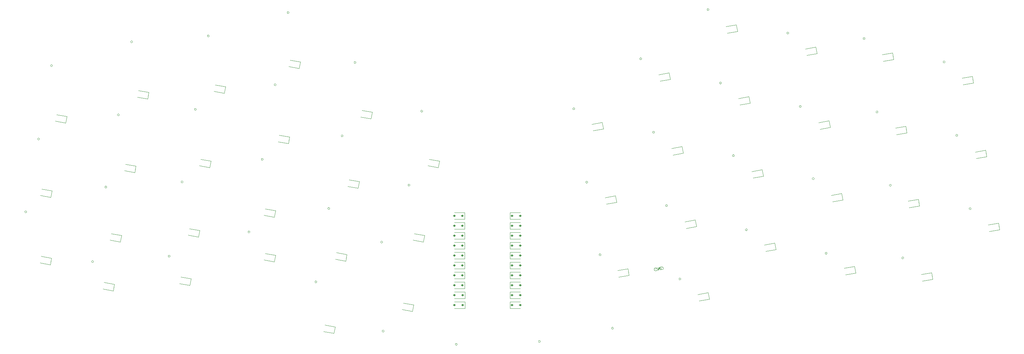
<source format=gbr>
%TF.GenerationSoftware,KiCad,Pcbnew,8.0.7*%
%TF.CreationDate,2025-02-04T22:32:57+01:00*%
%TF.ProjectId,011_rev2,3031315f-7265-4763-922e-6b696361645f,rev?*%
%TF.SameCoordinates,Original*%
%TF.FileFunction,Legend,Bot*%
%TF.FilePolarity,Positive*%
%FSLAX46Y46*%
G04 Gerber Fmt 4.6, Leading zero omitted, Abs format (unit mm)*
G04 Created by KiCad (PCBNEW 8.0.7) date 2025-02-04 22:32:57*
%MOMM*%
%LPD*%
G01*
G04 APERTURE LIST*
G04 Aperture macros list*
%AMRoundRect*
0 Rectangle with rounded corners*
0 $1 Rounding radius*
0 $2 $3 $4 $5 $6 $7 $8 $9 X,Y pos of 4 corners*
0 Add a 4 corners polygon primitive as box body*
4,1,4,$2,$3,$4,$5,$6,$7,$8,$9,$2,$3,0*
0 Add four circle primitives for the rounded corners*
1,1,$1+$1,$2,$3*
1,1,$1+$1,$4,$5*
1,1,$1+$1,$6,$7*
1,1,$1+$1,$8,$9*
0 Add four rect primitives between the rounded corners*
20,1,$1+$1,$2,$3,$4,$5,0*
20,1,$1+$1,$4,$5,$6,$7,0*
20,1,$1+$1,$6,$7,$8,$9,0*
20,1,$1+$1,$8,$9,$2,$3,0*%
%AMRotRect*
0 Rectangle, with rotation*
0 The origin of the aperture is its center*
0 $1 length*
0 $2 width*
0 $3 Rotation angle, in degrees counterclockwise*
0 Add horizontal line*
21,1,$1,$2,0,0,$3*%
G04 Aperture macros list end*
%ADD10C,0.100000*%
%ADD11C,0.120000*%
%ADD12C,1.600000*%
%ADD13C,1.701800*%
%ADD14C,3.000000*%
%ADD15C,5.000000*%
%ADD16RotRect,2.600000X2.600000X350.000000*%
%ADD17RotRect,2.600000X2.600000X10.000000*%
%ADD18C,2.200000*%
%ADD19RotRect,2.000000X0.850000X350.000000*%
%ADD20C,0.600000*%
%ADD21RotRect,2.000000X0.850000X170.000000*%
%ADD22RoundRect,0.112500X0.165116X0.143350X-0.204187X0.078232X-0.165116X-0.143350X0.204187X-0.078232X0*%
%ADD23RotRect,2.000000X0.850000X10.000000*%
%ADD24RotRect,2.000000X0.850000X190.000000*%
%ADD25RoundRect,0.112500X0.204187X0.078232X-0.165116X0.143350X-0.204187X-0.078232X0.165116X-0.143350X0*%
%ADD26RoundRect,0.112500X0.187500X0.112500X-0.187500X0.112500X-0.187500X-0.112500X0.187500X-0.112500X0*%
%ADD27RoundRect,0.112500X-0.187500X-0.112500X0.187500X-0.112500X0.187500X0.112500X-0.187500X0.112500X0*%
G04 APERTURE END LIST*
D10*
G36*
X209650453Y-105540666D02*
G01*
X209609466Y-105531015D01*
X209566751Y-105522955D01*
X209527332Y-105517127D01*
X209496871Y-105513581D01*
X209456399Y-105510648D01*
X209417045Y-105510395D01*
X209374107Y-105513314D01*
X209341688Y-105517929D01*
X209301483Y-105526281D01*
X209263201Y-105536819D01*
X209221806Y-105551540D01*
X209182923Y-105569116D01*
X209173595Y-105573957D01*
X209138336Y-105595030D01*
X209106555Y-105618812D01*
X209074961Y-105648807D01*
X209053431Y-105674508D01*
X209029547Y-105710860D01*
X209012299Y-105746028D01*
X208998798Y-105783883D01*
X208990059Y-105819211D01*
X208983986Y-105862059D01*
X208982247Y-105901709D01*
X208983843Y-105943371D01*
X208988776Y-105987046D01*
X208991912Y-106006381D01*
X209001858Y-106052487D01*
X209014885Y-106095458D01*
X209030993Y-106135294D01*
X209050181Y-106171995D01*
X209072450Y-106205562D01*
X209097799Y-106235993D01*
X209126229Y-106263290D01*
X209157740Y-106287452D01*
X209191849Y-106308083D01*
X209227978Y-106324805D01*
X209266128Y-106337619D01*
X209306297Y-106346523D01*
X209348488Y-106351518D01*
X209392698Y-106352605D01*
X209438929Y-106349782D01*
X209487179Y-106343051D01*
X209525836Y-106334900D01*
X209564524Y-106324077D01*
X209603243Y-106310579D01*
X209624766Y-106301926D01*
X209664085Y-106283750D01*
X209699955Y-106264296D01*
X209736691Y-106241738D01*
X209769546Y-106219454D01*
X209747424Y-106093992D01*
X209737610Y-106095723D01*
X209707797Y-106123487D01*
X209694389Y-106135287D01*
X209662282Y-106161198D01*
X209637325Y-106178484D01*
X209602440Y-106198152D01*
X209565551Y-106215149D01*
X209557102Y-106218621D01*
X209517709Y-106232375D01*
X209477099Y-106242740D01*
X209451527Y-106247752D01*
X209410219Y-106252929D01*
X209370962Y-106253529D01*
X209326561Y-106248210D01*
X209285113Y-106236301D01*
X209246619Y-106217803D01*
X209222597Y-106201811D01*
X209189950Y-106173061D01*
X209162104Y-106139181D01*
X209139059Y-106100172D01*
X209123523Y-106063746D01*
X209111321Y-106023758D01*
X209103960Y-105989203D01*
X209097952Y-105943400D01*
X209096533Y-105900159D01*
X209099702Y-105859481D01*
X209109562Y-105814049D01*
X209126029Y-105772307D01*
X209144799Y-105740340D01*
X209172769Y-105706145D01*
X209205956Y-105677084D01*
X209244359Y-105653158D01*
X209280345Y-105637142D01*
X209319954Y-105624692D01*
X209354250Y-105617299D01*
X209393310Y-105611807D01*
X209432848Y-105609020D01*
X209459471Y-105608666D01*
X209500969Y-105610520D01*
X209541263Y-105615416D01*
X209554549Y-105617893D01*
X209587494Y-105804738D01*
X209371593Y-105842808D01*
X209388965Y-105941330D01*
X209711086Y-105884531D01*
X209650453Y-105540666D01*
G37*
G36*
X210437223Y-105337455D02*
G01*
X210304449Y-105360866D01*
X210048737Y-106144233D01*
X209922484Y-105428217D01*
X209822423Y-105445861D01*
X209963571Y-106246352D01*
X210129634Y-106217070D01*
X210362858Y-105501953D01*
X210478117Y-106155623D01*
X210578371Y-106137946D01*
X210437223Y-105337455D01*
G37*
G36*
X211041326Y-105248421D02*
G01*
X211084152Y-105253201D01*
X211125148Y-105262101D01*
X211164312Y-105275121D01*
X211185959Y-105284591D01*
X211221994Y-105304563D01*
X211255678Y-105328861D01*
X211287010Y-105357486D01*
X211315991Y-105390436D01*
X211338267Y-105421548D01*
X211360316Y-105460408D01*
X211378125Y-105502029D01*
X211390013Y-105539901D01*
X211398785Y-105579801D01*
X211404682Y-105622699D01*
X211406952Y-105663934D01*
X211405594Y-105703508D01*
X211399426Y-105747575D01*
X211388320Y-105789380D01*
X211379910Y-105812239D01*
X211362006Y-105850162D01*
X211340046Y-105885440D01*
X211314031Y-105918071D01*
X211283961Y-105948057D01*
X211278507Y-105952786D01*
X211245193Y-105977557D01*
X211210028Y-105998251D01*
X211174407Y-106015389D01*
X211152375Y-106024304D01*
X211111896Y-106037716D01*
X211071199Y-106048592D01*
X211032394Y-106057276D01*
X210989970Y-106065370D01*
X210788693Y-106100861D01*
X210661590Y-105380026D01*
X210771905Y-105380026D01*
X210878309Y-105983474D01*
X210978948Y-105965728D01*
X210988191Y-105964057D01*
X211027564Y-105955913D01*
X211067051Y-105945665D01*
X211105305Y-105932932D01*
X211130699Y-105922155D01*
X211166722Y-105902448D01*
X211200267Y-105878491D01*
X211217809Y-105863063D01*
X211244799Y-105832683D01*
X211265892Y-105798949D01*
X211281089Y-105761861D01*
X211290442Y-105721347D01*
X211293679Y-105682251D01*
X211292139Y-105640252D01*
X211286873Y-105601122D01*
X211279962Y-105568101D01*
X211268051Y-105527977D01*
X211250967Y-105488172D01*
X211229982Y-105454014D01*
X211222115Y-105443858D01*
X211192609Y-105413657D01*
X211158048Y-105389075D01*
X211122622Y-105371756D01*
X211088549Y-105360422D01*
X211049684Y-105352541D01*
X211009368Y-105349464D01*
X210994222Y-105349485D01*
X210953909Y-105351512D01*
X210914641Y-105355753D01*
X210872544Y-105362281D01*
X210771905Y-105380026D01*
X210661590Y-105380026D01*
X210647544Y-105300369D01*
X210850939Y-105264505D01*
X210864659Y-105262147D01*
X210903925Y-105256130D01*
X210946139Y-105251119D01*
X210989644Y-105248043D01*
X211032541Y-105247960D01*
X211041326Y-105248421D01*
G37*
D11*
%TO.C,L34*%
X109089500Y-77749036D02*
G75*
G02*
X108589500Y-77749036I-250000J0D01*
G01*
X108589500Y-77749036D02*
G75*
G02*
X109089500Y-77749036I250000J0D01*
G01*
%TO.C,D45*%
X294418351Y-94545244D02*
X297037940Y-94083340D01*
X294713553Y-96219417D02*
X297333141Y-95757513D01*
X297333141Y-95757513D02*
X297037940Y-94083340D01*
%TO.C,L28*%
X105689500Y-96349036D02*
G75*
G02*
X105189500Y-96349036I-250000J0D01*
G01*
X105189500Y-96349036D02*
G75*
G02*
X105689500Y-96349036I250000J0D01*
G01*
%TO.C,L14*%
X212445174Y-89602349D02*
G75*
G02*
X211945174Y-89602349I-250000J0D01*
G01*
X211945174Y-89602349D02*
G75*
G02*
X212445174Y-89602349I250000J0D01*
G01*
%TO.C,L25*%
X158689500Y-125149036D02*
G75*
G02*
X158189500Y-125149036I-250000J0D01*
G01*
X158189500Y-125149036D02*
G75*
G02*
X158689500Y-125149036I250000J0D01*
G01*
%TO.C,L37*%
X146589500Y-84349036D02*
G75*
G02*
X146089500Y-84349036I-250000J0D01*
G01*
X146089500Y-84349036D02*
G75*
G02*
X146589500Y-84349036I250000J0D01*
G01*
%TO.C,L21*%
X232845174Y-95802349D02*
G75*
G02*
X232345174Y-95802349I-250000J0D01*
G01*
X232345174Y-95802349D02*
G75*
G02*
X232845174Y-95802349I250000J0D01*
G01*
%TO.C,D50*%
X134018351Y-66877087D02*
X136637940Y-67338991D01*
X134313553Y-65202914D02*
X136933141Y-65664818D01*
X136637940Y-67338991D02*
X136933141Y-65664818D01*
%TO.C,DI3*%
X157920000Y-98972000D02*
X160580000Y-98972000D01*
X157920000Y-100672000D02*
X160580000Y-100672000D01*
X160580000Y-100672000D02*
X160580000Y-98972000D01*
%TO.C,D17*%
X172150000Y-114212000D02*
X172150000Y-115912000D01*
X174810000Y-114212000D02*
X172150000Y-114212000D01*
X174810000Y-115912000D02*
X172150000Y-115912000D01*
%TO.C,D54*%
X267318351Y-50945244D02*
X269937940Y-50483340D01*
X267613553Y-52619417D02*
X270233141Y-52157513D01*
X270233141Y-52157513D02*
X269937940Y-50483340D01*
%TO.C,D27*%
X220218351Y-112345244D02*
X222837940Y-111883340D01*
X220513553Y-114019417D02*
X223133141Y-113557513D01*
X223133141Y-113557513D02*
X222837940Y-111883340D01*
%TO.C,L38*%
X129489500Y-71749036D02*
G75*
G02*
X128989500Y-71749036I-250000J0D01*
G01*
X128989500Y-71749036D02*
G75*
G02*
X129489500Y-71749036I250000J0D01*
G01*
%TO.C,D60*%
X151218351Y-79394756D02*
X153837940Y-79856660D01*
X151513553Y-77720583D02*
X154133141Y-78182487D01*
X153837940Y-79856660D02*
X154133141Y-78182487D01*
%TO.C,D51*%
X130718351Y-84654756D02*
X133337940Y-85116660D01*
X131013553Y-82980583D02*
X133633141Y-83442487D01*
X133337940Y-85116660D02*
X133633141Y-83442487D01*
%TO.C,D46*%
X277318351Y-107245244D02*
X279937940Y-106783340D01*
X277613553Y-108919417D02*
X280233141Y-108457513D01*
X280233141Y-108457513D02*
X279937940Y-106783340D01*
%TO.C,D31*%
X92798351Y-79394756D02*
X95417940Y-79856660D01*
X93093553Y-77720583D02*
X95713141Y-78182487D01*
X95417940Y-79856660D02*
X95713141Y-78182487D01*
%TO.C,D47*%
X257618351Y-105645244D02*
X260237940Y-105183340D01*
X257913553Y-107319417D02*
X260533141Y-106857513D01*
X260533141Y-106857513D02*
X260237940Y-105183340D01*
%TO.C,D16*%
X216918351Y-93745244D02*
X219537940Y-93283340D01*
X217213553Y-95419417D02*
X219833141Y-94957513D01*
X219833141Y-94957513D02*
X219537940Y-93283340D01*
%TO.C,DS7*%
X172150000Y-109132000D02*
X172150000Y-110832000D01*
X174810000Y-109132000D02*
X172150000Y-109132000D01*
X174810000Y-110832000D02*
X172150000Y-110832000D01*
%TO.C,L10*%
X226245174Y-58202349D02*
G75*
G02*
X225745174Y-58202349I-250000J0D01*
G01*
X225745174Y-58202349D02*
G75*
G02*
X226245174Y-58202349I250000J0D01*
G01*
%TO.C,L26*%
X139989500Y-121749036D02*
G75*
G02*
X139489500Y-121749036I-250000J0D01*
G01*
X139489500Y-121749036D02*
G75*
G02*
X139989500Y-121749036I250000J0D01*
G01*
%TO.C,D35*%
X251118351Y-68345244D02*
X253737940Y-67883340D01*
X251413553Y-70019417D02*
X254033141Y-69557513D01*
X254033141Y-69557513D02*
X253737940Y-67883340D01*
%TO.C,L12*%
X192045174Y-83602349D02*
G75*
G02*
X191545174Y-83602349I-250000J0D01*
G01*
X191545174Y-83602349D02*
G75*
G02*
X192045174Y-83602349I250000J0D01*
G01*
%TO.C,DS6*%
X172150000Y-106592000D02*
X172150000Y-108292000D01*
X174810000Y-106592000D02*
X172150000Y-106592000D01*
X174810000Y-108292000D02*
X172150000Y-108292000D01*
%TO.C,DS0*%
X172150000Y-91352000D02*
X172150000Y-93052000D01*
X174810000Y-91352000D02*
X172150000Y-91352000D01*
X174810000Y-93052000D02*
X172150000Y-93052000D01*
%TO.C,L43*%
X55189500Y-53749036D02*
G75*
G02*
X54689500Y-53749036I-250000J0D01*
G01*
X54689500Y-53749036D02*
G75*
G02*
X55189500Y-53749036I250000J0D01*
G01*
%TO.C,D63*%
X157978000Y-114212000D02*
X160638000Y-114212000D01*
X157978000Y-115912000D02*
X160638000Y-115912000D01*
X160638000Y-115912000D02*
X160638000Y-114212000D01*
%TO.C,DS3*%
X172150000Y-98972000D02*
X172150000Y-100672000D01*
X174810000Y-98972000D02*
X172150000Y-98972000D01*
X174810000Y-100672000D02*
X172150000Y-100672000D01*
%TO.C,L19*%
X272845174Y-103002349D02*
G75*
G02*
X272345174Y-103002349I-250000J0D01*
G01*
X272345174Y-103002349D02*
G75*
G02*
X272845174Y-103002349I250000J0D01*
G01*
%TO.C,D7*%
X172150000Y-111672000D02*
X172150000Y-113372000D01*
X174810000Y-111672000D02*
X172150000Y-111672000D01*
X174810000Y-113372000D02*
X172150000Y-113372000D01*
%TO.C,D53*%
X157978000Y-111672000D02*
X160638000Y-111672000D01*
X157978000Y-113372000D02*
X160638000Y-113372000D01*
X160638000Y-113372000D02*
X160638000Y-111672000D01*
%TO.C,L48*%
X149857500Y-65403783D02*
G75*
G02*
X149357500Y-65403783I-250000J0D01*
G01*
X149357500Y-65403783D02*
G75*
G02*
X149857500Y-65403783I250000J0D01*
G01*
%TO.C,D24*%
X227418351Y-43745244D02*
X230037940Y-43283340D01*
X227713553Y-45419417D02*
X230333141Y-44957513D01*
X230333141Y-44957513D02*
X230037940Y-43283340D01*
%TO.C,L44*%
X75689500Y-47649036D02*
G75*
G02*
X75189500Y-47649036I-250000J0D01*
G01*
X75189500Y-47649036D02*
G75*
G02*
X75689500Y-47649036I250000J0D01*
G01*
%TO.C,D21*%
X73618351Y-80664756D02*
X76237940Y-81126660D01*
X73913553Y-78990583D02*
X76533141Y-79452487D01*
X76237940Y-81126660D02*
X76533141Y-79452487D01*
%TO.C,L2*%
X205845174Y-52002349D02*
G75*
G02*
X205345174Y-52002349I-250000J0D01*
G01*
X205345174Y-52002349D02*
G75*
G02*
X205845174Y-52002349I250000J0D01*
G01*
%TO.C,L27*%
X122789500Y-109149036D02*
G75*
G02*
X122289500Y-109149036I-250000J0D01*
G01*
X122289500Y-109149036D02*
G75*
G02*
X122789500Y-109149036I250000J0D01*
G01*
%TO.C,L32*%
X69089500Y-84849036D02*
G75*
G02*
X68589500Y-84849036I-250000J0D01*
G01*
X68589500Y-84849036D02*
G75*
G02*
X69089500Y-84849036I250000J0D01*
G01*
%TO.C,D52*%
X127543283Y-103342425D02*
X130162872Y-103804329D01*
X127838485Y-101668252D02*
X130458073Y-102130156D01*
X130162872Y-103804329D02*
X130458073Y-102130156D01*
%TO.C,L1*%
X188713174Y-64802349D02*
G75*
G02*
X188213174Y-64802349I-250000J0D01*
G01*
X188213174Y-64802349D02*
G75*
G02*
X188713174Y-64802349I250000J0D01*
G01*
%TO.C,L40*%
X91989500Y-64949036D02*
G75*
G02*
X91489500Y-64949036I-250000J0D01*
G01*
X91489500Y-64949036D02*
G75*
G02*
X91989500Y-64949036I250000J0D01*
G01*
%TO.C,L23*%
X198645174Y-121002349D02*
G75*
G02*
X198145174Y-121002349I-250000J0D01*
G01*
X198145174Y-121002349D02*
G75*
G02*
X198645174Y-121002349I250000J0D01*
G01*
%TO.C,D36*%
X254318351Y-86945244D02*
X256937940Y-86483340D01*
X254613553Y-88619417D02*
X257233141Y-88157513D01*
X257233141Y-88157513D02*
X256937940Y-86483340D01*
%TO.C,L24*%
X179945174Y-124402349D02*
G75*
G02*
X179445174Y-124402349I-250000J0D01*
G01*
X179445174Y-124402349D02*
G75*
G02*
X179945174Y-124402349I250000J0D01*
G01*
%TO.C,D26*%
X234018351Y-80845244D02*
X236637940Y-80383340D01*
X234313553Y-82519417D02*
X236933141Y-82057513D01*
X236933141Y-82057513D02*
X236637940Y-80383340D01*
%TO.C,L41*%
X72289500Y-66349036D02*
G75*
G02*
X71789500Y-66349036I-250000J0D01*
G01*
X71789500Y-66349036D02*
G75*
G02*
X72289500Y-66349036I250000J0D01*
G01*
%TO.C,DI4*%
X157920000Y-101512000D02*
X160580000Y-101512000D01*
X157920000Y-103212000D02*
X160580000Y-103212000D01*
X160580000Y-103212000D02*
X160580000Y-101512000D01*
%TO.C,D65*%
X291118351Y-75845244D02*
X293737940Y-75383340D01*
X291413553Y-77519417D02*
X294033141Y-77057513D01*
X294033141Y-77057513D02*
X293737940Y-75383340D01*
%TO.C,L9*%
X246645174Y-64202349D02*
G75*
G02*
X246145174Y-64202349I-250000J0D01*
G01*
X246145174Y-64202349D02*
G75*
G02*
X246645174Y-64202349I250000J0D01*
G01*
%TO.C,D12*%
X69938351Y-98444756D02*
X72557940Y-98906660D01*
X70233553Y-96770583D02*
X72853141Y-97232487D01*
X72557940Y-98906660D02*
X72853141Y-97232487D01*
%TO.C,D15*%
X213518351Y-74945244D02*
X216137940Y-74483340D01*
X213813553Y-76619417D02*
X216433141Y-76157513D01*
X216433141Y-76157513D02*
X216137940Y-74483340D01*
%TO.C,L36*%
X139610500Y-98950964D02*
G75*
G02*
X139110500Y-98950964I-250000J0D01*
G01*
X139110500Y-98950964D02*
G75*
G02*
X139610500Y-98950964I250000J0D01*
G01*
%TO.C,L22*%
X215845174Y-108402349D02*
G75*
G02*
X215345174Y-108402349I-250000J0D01*
G01*
X215345174Y-108402349D02*
G75*
G02*
X215845174Y-108402349I250000J0D01*
G01*
%TO.C,D5*%
X196518351Y-87545244D02*
X199137940Y-87083340D01*
X196813553Y-89219417D02*
X199433141Y-88757513D01*
X199433141Y-88757513D02*
X199137940Y-87083340D01*
%TO.C,D25*%
X230618351Y-62145244D02*
X233237940Y-61683340D01*
X230913553Y-63819417D02*
X233533141Y-63357513D01*
X233533141Y-63357513D02*
X233237940Y-61683340D01*
%TO.C,D56*%
X270718351Y-69745244D02*
X273337940Y-69283340D01*
X271013553Y-71419417D02*
X273633141Y-70957513D01*
X273633141Y-70957513D02*
X273337940Y-69283340D01*
%TO.C,D41*%
X112882399Y-73227087D02*
X115501988Y-73688991D01*
X113177601Y-71552914D02*
X115797189Y-72014818D01*
X115501988Y-73688991D02*
X115797189Y-72014818D01*
%TO.C,L33*%
X88589500Y-83549036D02*
G75*
G02*
X88089500Y-83549036I-250000J0D01*
G01*
X88089500Y-83549036D02*
G75*
G02*
X88589500Y-83549036I250000J0D01*
G01*
%TO.C,D37*%
X237218351Y-99645244D02*
X239837940Y-99183340D01*
X237513553Y-101319417D02*
X240133141Y-100857513D01*
X240133141Y-100857513D02*
X239837940Y-99183340D01*
%TO.C,DS5*%
X172150000Y-104052000D02*
X172150000Y-105752000D01*
X174810000Y-104052000D02*
X172150000Y-104052000D01*
X174810000Y-105752000D02*
X172150000Y-105752000D01*
%TO.C,L30*%
X65689500Y-103949036D02*
G75*
G02*
X65189500Y-103949036I-250000J0D01*
G01*
X65189500Y-103949036D02*
G75*
G02*
X65689500Y-103949036I250000J0D01*
G01*
%TO.C,L4*%
X243445174Y-45402349D02*
G75*
G02*
X242945174Y-45402349I-250000J0D01*
G01*
X242945174Y-45402349D02*
G75*
G02*
X243445174Y-45402349I250000J0D01*
G01*
%TO.C,L13*%
X195445174Y-102202349D02*
G75*
G02*
X194945174Y-102202349I-250000J0D01*
G01*
X194945174Y-102202349D02*
G75*
G02*
X195445174Y-102202349I250000J0D01*
G01*
%TO.C,D2*%
X52018351Y-104254756D02*
X54637940Y-104716660D01*
X52313553Y-102580583D02*
X54933141Y-103042487D01*
X54637940Y-104716660D02*
X54933141Y-103042487D01*
%TO.C,L47*%
X132789500Y-52949036D02*
G75*
G02*
X132289500Y-52949036I-250000J0D01*
G01*
X132289500Y-52949036D02*
G75*
G02*
X132789500Y-52949036I250000J0D01*
G01*
%TO.C,D14*%
X210218351Y-56045244D02*
X212837940Y-55583340D01*
X210513553Y-57719417D02*
X213133141Y-57257513D01*
X213133141Y-57257513D02*
X212837940Y-55583340D01*
%TO.C,L29*%
X85289500Y-102549036D02*
G75*
G02*
X84789500Y-102549036I-250000J0D01*
G01*
X84789500Y-102549036D02*
G75*
G02*
X85289500Y-102549036I250000J0D01*
G01*
%TO.C,L31*%
X48589500Y-91203783D02*
G75*
G02*
X48089500Y-91203783I-250000J0D01*
G01*
X48089500Y-91203783D02*
G75*
G02*
X48589500Y-91203783I250000J0D01*
G01*
%TO.C,D64*%
X287718351Y-56945244D02*
X290337940Y-56483340D01*
X288013553Y-58619417D02*
X290633141Y-58157513D01*
X290633141Y-58157513D02*
X290337940Y-56483340D01*
%TO.C,D23*%
X109308351Y-103524756D02*
X111927940Y-103986660D01*
X109603553Y-101850583D02*
X112223141Y-102312487D01*
X111927940Y-103986660D02*
X112223141Y-102312487D01*
%TO.C,D42*%
X109308351Y-92094756D02*
X111927940Y-92556660D01*
X109603553Y-90420583D02*
X112223141Y-90882487D01*
X111927940Y-92556660D02*
X112223141Y-90882487D01*
%TO.C,D3*%
X68118351Y-110962425D02*
X70737940Y-111424329D01*
X68413553Y-109288252D02*
X71033141Y-109750156D01*
X70737940Y-111424329D02*
X71033141Y-109750156D01*
%TO.C,L45*%
X95289500Y-46149036D02*
G75*
G02*
X94789500Y-46149036I-250000J0D01*
G01*
X94789500Y-46149036D02*
G75*
G02*
X95289500Y-46149036I250000J0D01*
G01*
%TO.C,L17*%
X269645174Y-84402349D02*
G75*
G02*
X269145174Y-84402349I-250000J0D01*
G01*
X269145174Y-84402349D02*
G75*
G02*
X269645174Y-84402349I250000J0D01*
G01*
%TO.C,DI1*%
X157920000Y-93892000D02*
X160580000Y-93892000D01*
X157920000Y-95592000D02*
X160580000Y-95592000D01*
X160580000Y-95592000D02*
X160580000Y-93892000D01*
%TO.C,DI6*%
X157920000Y-106592000D02*
X160580000Y-106592000D01*
X157920000Y-108292000D02*
X160580000Y-108292000D01*
X160580000Y-108292000D02*
X160580000Y-106592000D01*
%TO.C,L20*%
X253245174Y-101802349D02*
G75*
G02*
X252745174Y-101802349I-250000J0D01*
G01*
X252745174Y-101802349D02*
G75*
G02*
X253245174Y-101802349I250000J0D01*
G01*
%TO.C,DI7*%
X157920000Y-109132000D02*
X160580000Y-109132000D01*
X157920000Y-110832000D02*
X160580000Y-110832000D01*
X160580000Y-110832000D02*
X160580000Y-109132000D01*
%TO.C,L5*%
X262945174Y-46802349D02*
G75*
G02*
X262445174Y-46802349I-250000J0D01*
G01*
X262445174Y-46802349D02*
G75*
G02*
X262945174Y-46802349I250000J0D01*
G01*
%TO.C,D32*%
X89918351Y-97174756D02*
X92537940Y-97636660D01*
X90213553Y-95500583D02*
X92833141Y-95962487D01*
X92537940Y-97636660D02*
X92833141Y-95962487D01*
%TO.C,L8*%
X266245174Y-65621149D02*
G75*
G02*
X265745174Y-65621149I-250000J0D01*
G01*
X265745174Y-65621149D02*
G75*
G02*
X266245174Y-65621149I250000J0D01*
G01*
%TO.C,DS1*%
X172150000Y-93892000D02*
X172150000Y-95592000D01*
X174810000Y-93892000D02*
X172150000Y-93892000D01*
X174810000Y-95592000D02*
X172150000Y-95592000D01*
%TO.C,D61*%
X147408351Y-98444756D02*
X150027940Y-98906660D01*
X147703553Y-96770583D02*
X150323141Y-97232487D01*
X150027940Y-98906660D02*
X150323141Y-97232487D01*
%TO.C,L46*%
X115689500Y-40149036D02*
G75*
G02*
X115189500Y-40149036I-250000J0D01*
G01*
X115189500Y-40149036D02*
G75*
G02*
X115689500Y-40149036I250000J0D01*
G01*
%TO.C,L6*%
X283413174Y-52802349D02*
G75*
G02*
X282913174Y-52802349I-250000J0D01*
G01*
X282913174Y-52802349D02*
G75*
G02*
X283413174Y-52802349I250000J0D01*
G01*
%TO.C,L42*%
X51889500Y-72549036D02*
G75*
G02*
X51389500Y-72549036I-250000J0D01*
G01*
X51389500Y-72549036D02*
G75*
G02*
X51889500Y-72549036I250000J0D01*
G01*
%TO.C,L39*%
X112389500Y-58649036D02*
G75*
G02*
X111889500Y-58649036I-250000J0D01*
G01*
X111889500Y-58649036D02*
G75*
G02*
X112389500Y-58649036I250000J0D01*
G01*
%TO.C,D40*%
X115658351Y-53994756D02*
X118277940Y-54456660D01*
X115953553Y-52320583D02*
X118573141Y-52782487D01*
X118277940Y-54456660D02*
X118573141Y-52782487D01*
%TO.C,D6*%
X199693419Y-106231763D02*
X202313008Y-105769859D01*
X199988621Y-107905936D02*
X202608209Y-107444032D01*
X202608209Y-107444032D02*
X202313008Y-105769859D01*
%TO.C,D34*%
X247718351Y-49445244D02*
X250337940Y-48983340D01*
X248013553Y-51119417D02*
X250633141Y-50657513D01*
X250633141Y-50657513D02*
X250337940Y-48983340D01*
%TO.C,DI0*%
X157920000Y-91352000D02*
X160580000Y-91352000D01*
X157920000Y-93052000D02*
X160580000Y-93052000D01*
X160580000Y-93052000D02*
X160580000Y-91352000D01*
%TO.C,L18*%
X290045174Y-90402349D02*
G75*
G02*
X289545174Y-90402349I-250000J0D01*
G01*
X289545174Y-90402349D02*
G75*
G02*
X290045174Y-90402349I250000J0D01*
G01*
%TO.C,D1*%
X52158351Y-87014756D02*
X54777940Y-87476660D01*
X52453553Y-85340583D02*
X55073141Y-85802487D01*
X54777940Y-87476660D02*
X55073141Y-85802487D01*
%TO.C,L15*%
X229545174Y-76802349D02*
G75*
G02*
X229045174Y-76802349I-250000J0D01*
G01*
X229045174Y-76802349D02*
G75*
G02*
X229545174Y-76802349I250000J0D01*
G01*
%TO.C,D30*%
X96518351Y-60344756D02*
X99137940Y-60806660D01*
X96813553Y-58670583D02*
X99433141Y-59132487D01*
X99137940Y-60806660D02*
X99433141Y-59132487D01*
%TO.C,D43*%
X124548351Y-121854756D02*
X127167940Y-122316660D01*
X124843553Y-120180583D02*
X127463141Y-120642487D01*
X127167940Y-122316660D02*
X127463141Y-120642487D01*
%TO.C,DI2*%
X157920000Y-96432000D02*
X160580000Y-96432000D01*
X157920000Y-98132000D02*
X160580000Y-98132000D01*
X160580000Y-98132000D02*
X160580000Y-96432000D01*
%TO.C,L35*%
X126089500Y-90349036D02*
G75*
G02*
X125589500Y-90349036I-250000J0D01*
G01*
X125589500Y-90349036D02*
G75*
G02*
X126089500Y-90349036I250000J0D01*
G01*
%TO.C,D10*%
X55968351Y-67964756D02*
X58587940Y-68426660D01*
X56263553Y-66290583D02*
X58883141Y-66752487D01*
X58587940Y-68426660D02*
X58883141Y-66752487D01*
%TO.C,L7*%
X286645174Y-71602349D02*
G75*
G02*
X286145174Y-71602349I-250000J0D01*
G01*
X286145174Y-71602349D02*
G75*
G02*
X286645174Y-71602349I250000J0D01*
G01*
%TO.C,D62*%
X144587090Y-116224756D02*
X147206679Y-116686660D01*
X144882292Y-114550583D02*
X147501880Y-115012487D01*
X147206679Y-116686660D02*
X147501880Y-115012487D01*
%TO.C,D13*%
X87718351Y-109554756D02*
X90337940Y-110016660D01*
X88013553Y-107880583D02*
X90633141Y-108342487D01*
X90337940Y-110016660D02*
X90633141Y-108342487D01*
%TO.C,D57*%
X273918351Y-88445244D02*
X276537940Y-87983340D01*
X274213553Y-90119417D02*
X276833141Y-89657513D01*
X276833141Y-89657513D02*
X276537940Y-87983340D01*
%TO.C,L3*%
X223045174Y-39402349D02*
G75*
G02*
X222545174Y-39402349I-250000J0D01*
G01*
X222545174Y-39402349D02*
G75*
G02*
X223045174Y-39402349I250000J0D01*
G01*
%TO.C,DS4*%
X172150000Y-101512000D02*
X172150000Y-103212000D01*
X174810000Y-101512000D02*
X172150000Y-101512000D01*
X174810000Y-103212000D02*
X172150000Y-103212000D01*
%TO.C,DS2*%
X172150000Y-96432000D02*
X172150000Y-98132000D01*
X174810000Y-96432000D02*
X172150000Y-96432000D01*
X174810000Y-98132000D02*
X172150000Y-98132000D01*
%TO.C,L11*%
X209113174Y-70802349D02*
G75*
G02*
X208613174Y-70802349I-250000J0D01*
G01*
X208613174Y-70802349D02*
G75*
G02*
X209113174Y-70802349I250000J0D01*
G01*
%TO.C,D20*%
X76918351Y-61797087D02*
X79537940Y-62258991D01*
X77213553Y-60122914D02*
X79833141Y-60584818D01*
X79537940Y-62258991D02*
X79833141Y-60584818D01*
%TO.C,D4*%
X193118351Y-68745244D02*
X195737940Y-68283340D01*
X193413553Y-70419417D02*
X196033141Y-69957513D01*
X196033141Y-69957513D02*
X195737940Y-68283340D01*
%TO.C,DI5*%
X157920000Y-104052000D02*
X160580000Y-104052000D01*
X157920000Y-105752000D02*
X160580000Y-105752000D01*
X160580000Y-105752000D02*
X160580000Y-104052000D01*
%TO.C,L16*%
X249945174Y-82702349D02*
G75*
G02*
X249445174Y-82702349I-250000J0D01*
G01*
X249445174Y-82702349D02*
G75*
G02*
X249945174Y-82702349I250000J0D01*
G01*
%TD*%
%LPC*%
D10*
%TO.C,L34*%
X105560252Y-74175308D02*
X105430016Y-74913913D01*
X103460400Y-74566617D01*
X103521177Y-74221934D01*
X103984559Y-73897473D01*
X105560252Y-74175308D01*
G36*
X105560252Y-74175308D02*
G01*
X105430016Y-74913913D01*
X103460400Y-74566617D01*
X103521177Y-74221934D01*
X103984559Y-73897473D01*
X105560252Y-74175308D01*
G37*
%TO.C,L28*%
X102160252Y-92775308D02*
X102030016Y-93513913D01*
X100060400Y-93166617D01*
X100121177Y-92821934D01*
X100584559Y-92497473D01*
X102160252Y-92775308D01*
G36*
X102160252Y-92775308D02*
G01*
X102030016Y-93513913D01*
X100060400Y-93166617D01*
X100121177Y-92821934D01*
X100584559Y-92497473D01*
X102160252Y-92775308D01*
G37*
%TO.C,L14*%
X208021638Y-88104317D02*
X206052022Y-88451614D01*
X205991246Y-88106931D01*
X206315709Y-87643549D01*
X207891402Y-87365711D01*
X208021638Y-88104317D01*
G36*
X208021638Y-88104317D02*
G01*
X206052022Y-88451614D01*
X205991246Y-88106931D01*
X206315709Y-87643549D01*
X207891402Y-87365711D01*
X208021638Y-88104317D01*
G37*
%TO.C,L25*%
X155160252Y-121575308D02*
X155030016Y-122313913D01*
X153060400Y-121966617D01*
X153121177Y-121621934D01*
X153584559Y-121297473D01*
X155160252Y-121575308D01*
G36*
X155160252Y-121575308D02*
G01*
X155030016Y-122313913D01*
X153060400Y-121966617D01*
X153121177Y-121621934D01*
X153584559Y-121297473D01*
X155160252Y-121575308D01*
G37*
%TO.C,L37*%
X143060252Y-80775308D02*
X142930016Y-81513913D01*
X140960400Y-81166617D01*
X141021177Y-80821934D01*
X141484559Y-80497473D01*
X143060252Y-80775308D01*
G36*
X143060252Y-80775308D02*
G01*
X142930016Y-81513913D01*
X140960400Y-81166617D01*
X141021177Y-80821934D01*
X141484559Y-80497473D01*
X143060252Y-80775308D01*
G37*
%TO.C,L21*%
X228421638Y-94304317D02*
X226452022Y-94651614D01*
X226391246Y-94306931D01*
X226715709Y-93843549D01*
X228291402Y-93565711D01*
X228421638Y-94304317D01*
G36*
X228421638Y-94304317D02*
G01*
X226452022Y-94651614D01*
X226391246Y-94306931D01*
X226715709Y-93843549D01*
X228291402Y-93565711D01*
X228421638Y-94304317D01*
G37*
%TO.C,L38*%
X125960252Y-68175308D02*
X125830016Y-68913913D01*
X123860400Y-68566617D01*
X123921177Y-68221934D01*
X124384559Y-67897473D01*
X125960252Y-68175308D01*
G36*
X125960252Y-68175308D02*
G01*
X125830016Y-68913913D01*
X123860400Y-68566617D01*
X123921177Y-68221934D01*
X124384559Y-67897473D01*
X125960252Y-68175308D01*
G37*
%TO.C,L10*%
X221821638Y-56704317D02*
X219852022Y-57051614D01*
X219791246Y-56706931D01*
X220115709Y-56243549D01*
X221691402Y-55965711D01*
X221821638Y-56704317D01*
G36*
X221821638Y-56704317D02*
G01*
X219852022Y-57051614D01*
X219791246Y-56706931D01*
X220115709Y-56243549D01*
X221691402Y-55965711D01*
X221821638Y-56704317D01*
G37*
%TO.C,L26*%
X136460252Y-118175308D02*
X136330016Y-118913913D01*
X134360400Y-118566617D01*
X134421177Y-118221934D01*
X134884559Y-117897473D01*
X136460252Y-118175308D01*
G36*
X136460252Y-118175308D02*
G01*
X136330016Y-118913913D01*
X134360400Y-118566617D01*
X134421177Y-118221934D01*
X134884559Y-117897473D01*
X136460252Y-118175308D01*
G37*
%TO.C,L12*%
X187621638Y-82104317D02*
X185652022Y-82451614D01*
X185591246Y-82106931D01*
X185915709Y-81643549D01*
X187491402Y-81365711D01*
X187621638Y-82104317D01*
G36*
X187621638Y-82104317D02*
G01*
X185652022Y-82451614D01*
X185591246Y-82106931D01*
X185915709Y-81643549D01*
X187491402Y-81365711D01*
X187621638Y-82104317D01*
G37*
%TO.C,L43*%
X51660252Y-50175308D02*
X51530016Y-50913913D01*
X49560400Y-50566617D01*
X49621177Y-50221934D01*
X50084559Y-49897473D01*
X51660252Y-50175308D01*
G36*
X51660252Y-50175308D02*
G01*
X51530016Y-50913913D01*
X49560400Y-50566617D01*
X49621177Y-50221934D01*
X50084559Y-49897473D01*
X51660252Y-50175308D01*
G37*
%TO.C,L19*%
X268421638Y-101504317D02*
X266452022Y-101851614D01*
X266391246Y-101506931D01*
X266715709Y-101043549D01*
X268291402Y-100765711D01*
X268421638Y-101504317D01*
G36*
X268421638Y-101504317D02*
G01*
X266452022Y-101851614D01*
X266391246Y-101506931D01*
X266715709Y-101043549D01*
X268291402Y-100765711D01*
X268421638Y-101504317D01*
G37*
%TO.C,L48*%
X146328252Y-61830055D02*
X146198016Y-62568660D01*
X144228400Y-62221364D01*
X144289177Y-61876681D01*
X144752559Y-61552220D01*
X146328252Y-61830055D01*
G36*
X146328252Y-61830055D02*
G01*
X146198016Y-62568660D01*
X144228400Y-62221364D01*
X144289177Y-61876681D01*
X144752559Y-61552220D01*
X146328252Y-61830055D01*
G37*
%TO.C,L44*%
X72160252Y-44075308D02*
X72030016Y-44813913D01*
X70060400Y-44466617D01*
X70121177Y-44121934D01*
X70584559Y-43797473D01*
X72160252Y-44075308D01*
G36*
X72160252Y-44075308D02*
G01*
X72030016Y-44813913D01*
X70060400Y-44466617D01*
X70121177Y-44121934D01*
X70584559Y-43797473D01*
X72160252Y-44075308D01*
G37*
%TO.C,L2*%
X201421638Y-50504317D02*
X199452022Y-50851614D01*
X199391246Y-50506931D01*
X199715709Y-50043549D01*
X201291402Y-49765711D01*
X201421638Y-50504317D01*
G36*
X201421638Y-50504317D02*
G01*
X199452022Y-50851614D01*
X199391246Y-50506931D01*
X199715709Y-50043549D01*
X201291402Y-49765711D01*
X201421638Y-50504317D01*
G37*
%TO.C,L27*%
X119260252Y-105575308D02*
X119130016Y-106313913D01*
X117160400Y-105966617D01*
X117221177Y-105621934D01*
X117684559Y-105297473D01*
X119260252Y-105575308D01*
G36*
X119260252Y-105575308D02*
G01*
X119130016Y-106313913D01*
X117160400Y-105966617D01*
X117221177Y-105621934D01*
X117684559Y-105297473D01*
X119260252Y-105575308D01*
G37*
%TO.C,L32*%
X65560252Y-81275308D02*
X65430016Y-82013913D01*
X63460400Y-81666617D01*
X63521177Y-81321934D01*
X63984559Y-80997473D01*
X65560252Y-81275308D01*
G36*
X65560252Y-81275308D02*
G01*
X65430016Y-82013913D01*
X63460400Y-81666617D01*
X63521177Y-81321934D01*
X63984559Y-80997473D01*
X65560252Y-81275308D01*
G37*
%TO.C,L1*%
X184289638Y-63304317D02*
X182320022Y-63651614D01*
X182259246Y-63306931D01*
X182583709Y-62843549D01*
X184159402Y-62565711D01*
X184289638Y-63304317D01*
G36*
X184289638Y-63304317D02*
G01*
X182320022Y-63651614D01*
X182259246Y-63306931D01*
X182583709Y-62843549D01*
X184159402Y-62565711D01*
X184289638Y-63304317D01*
G37*
%TO.C,L40*%
X88460252Y-61375308D02*
X88330016Y-62113913D01*
X86360400Y-61766617D01*
X86421177Y-61421934D01*
X86884559Y-61097473D01*
X88460252Y-61375308D01*
G36*
X88460252Y-61375308D02*
G01*
X88330016Y-62113913D01*
X86360400Y-61766617D01*
X86421177Y-61421934D01*
X86884559Y-61097473D01*
X88460252Y-61375308D01*
G37*
%TO.C,L23*%
X194221638Y-119504317D02*
X192252022Y-119851614D01*
X192191246Y-119506931D01*
X192515709Y-119043549D01*
X194091402Y-118765711D01*
X194221638Y-119504317D01*
G36*
X194221638Y-119504317D02*
G01*
X192252022Y-119851614D01*
X192191246Y-119506931D01*
X192515709Y-119043549D01*
X194091402Y-118765711D01*
X194221638Y-119504317D01*
G37*
%TO.C,L24*%
X175521638Y-122904317D02*
X173552022Y-123251614D01*
X173491246Y-122906931D01*
X173815709Y-122443549D01*
X175391402Y-122165711D01*
X175521638Y-122904317D01*
G36*
X175521638Y-122904317D02*
G01*
X173552022Y-123251614D01*
X173491246Y-122906931D01*
X173815709Y-122443549D01*
X175391402Y-122165711D01*
X175521638Y-122904317D01*
G37*
%TO.C,L41*%
X68760252Y-62775308D02*
X68630016Y-63513913D01*
X66660400Y-63166617D01*
X66721177Y-62821934D01*
X67184559Y-62497473D01*
X68760252Y-62775308D01*
G36*
X68760252Y-62775308D02*
G01*
X68630016Y-63513913D01*
X66660400Y-63166617D01*
X66721177Y-62821934D01*
X67184559Y-62497473D01*
X68760252Y-62775308D01*
G37*
%TO.C,L9*%
X242221638Y-62704317D02*
X240252022Y-63051614D01*
X240191246Y-62706931D01*
X240515709Y-62243549D01*
X242091402Y-61965711D01*
X242221638Y-62704317D01*
G36*
X242221638Y-62704317D02*
G01*
X240252022Y-63051614D01*
X240191246Y-62706931D01*
X240515709Y-62243549D01*
X242091402Y-61965711D01*
X242221638Y-62704317D01*
G37*
%TO.C,L36*%
X144739600Y-102133383D02*
X144678823Y-102478066D01*
X144215441Y-102802527D01*
X142639748Y-102524692D01*
X142769984Y-101786087D01*
X144739600Y-102133383D01*
G36*
X144739600Y-102133383D02*
G01*
X144678823Y-102478066D01*
X144215441Y-102802527D01*
X142639748Y-102524692D01*
X142769984Y-101786087D01*
X144739600Y-102133383D01*
G37*
%TO.C,L22*%
X211421638Y-106904317D02*
X209452022Y-107251614D01*
X209391246Y-106906931D01*
X209715709Y-106443549D01*
X211291402Y-106165711D01*
X211421638Y-106904317D01*
G36*
X211421638Y-106904317D02*
G01*
X209452022Y-107251614D01*
X209391246Y-106906931D01*
X209715709Y-106443549D01*
X211291402Y-106165711D01*
X211421638Y-106904317D01*
G37*
%TO.C,L33*%
X85060252Y-79975308D02*
X84930016Y-80713913D01*
X82960400Y-80366617D01*
X83021177Y-80021934D01*
X83484559Y-79697473D01*
X85060252Y-79975308D01*
G36*
X85060252Y-79975308D02*
G01*
X84930016Y-80713913D01*
X82960400Y-80366617D01*
X83021177Y-80021934D01*
X83484559Y-79697473D01*
X85060252Y-79975308D01*
G37*
%TO.C,L30*%
X62160252Y-100375308D02*
X62030016Y-101113913D01*
X60060400Y-100766617D01*
X60121177Y-100421934D01*
X60584559Y-100097473D01*
X62160252Y-100375308D01*
G36*
X62160252Y-100375308D02*
G01*
X62030016Y-101113913D01*
X60060400Y-100766617D01*
X60121177Y-100421934D01*
X60584559Y-100097473D01*
X62160252Y-100375308D01*
G37*
%TO.C,L4*%
X239021638Y-43904317D02*
X237052022Y-44251614D01*
X236991246Y-43906931D01*
X237315709Y-43443549D01*
X238891402Y-43165711D01*
X239021638Y-43904317D01*
G36*
X239021638Y-43904317D02*
G01*
X237052022Y-44251614D01*
X236991246Y-43906931D01*
X237315709Y-43443549D01*
X238891402Y-43165711D01*
X239021638Y-43904317D01*
G37*
%TO.C,L13*%
X191021638Y-100704317D02*
X189052022Y-101051614D01*
X188991246Y-100706931D01*
X189315709Y-100243549D01*
X190891402Y-99965711D01*
X191021638Y-100704317D01*
G36*
X191021638Y-100704317D02*
G01*
X189052022Y-101051614D01*
X188991246Y-100706931D01*
X189315709Y-100243549D01*
X190891402Y-99965711D01*
X191021638Y-100704317D01*
G37*
%TO.C,L47*%
X129260252Y-49375308D02*
X129130016Y-50113913D01*
X127160400Y-49766617D01*
X127221177Y-49421934D01*
X127684559Y-49097473D01*
X129260252Y-49375308D01*
G36*
X129260252Y-49375308D02*
G01*
X129130016Y-50113913D01*
X127160400Y-49766617D01*
X127221177Y-49421934D01*
X127684559Y-49097473D01*
X129260252Y-49375308D01*
G37*
%TO.C,L29*%
X81760252Y-98975308D02*
X81630016Y-99713913D01*
X79660400Y-99366617D01*
X79721177Y-99021934D01*
X80184559Y-98697473D01*
X81760252Y-98975308D01*
G36*
X81760252Y-98975308D02*
G01*
X81630016Y-99713913D01*
X79660400Y-99366617D01*
X79721177Y-99021934D01*
X80184559Y-98697473D01*
X81760252Y-98975308D01*
G37*
%TO.C,L31*%
X45060252Y-87630055D02*
X44930016Y-88368660D01*
X42960400Y-88021364D01*
X43021177Y-87676681D01*
X43484559Y-87352220D01*
X45060252Y-87630055D01*
G36*
X45060252Y-87630055D02*
G01*
X44930016Y-88368660D01*
X42960400Y-88021364D01*
X43021177Y-87676681D01*
X43484559Y-87352220D01*
X45060252Y-87630055D01*
G37*
%TO.C,L45*%
X91760252Y-42575308D02*
X91630016Y-43313913D01*
X89660400Y-42966617D01*
X89721177Y-42621934D01*
X90184559Y-42297473D01*
X91760252Y-42575308D01*
G36*
X91760252Y-42575308D02*
G01*
X91630016Y-43313913D01*
X89660400Y-42966617D01*
X89721177Y-42621934D01*
X90184559Y-42297473D01*
X91760252Y-42575308D01*
G37*
%TO.C,L17*%
X265221638Y-82904317D02*
X263252022Y-83251614D01*
X263191246Y-82906931D01*
X263515709Y-82443549D01*
X265091402Y-82165711D01*
X265221638Y-82904317D01*
G36*
X265221638Y-82904317D02*
G01*
X263252022Y-83251614D01*
X263191246Y-82906931D01*
X263515709Y-82443549D01*
X265091402Y-82165711D01*
X265221638Y-82904317D01*
G37*
%TO.C,L20*%
X248821638Y-100304317D02*
X246852022Y-100651614D01*
X246791246Y-100306931D01*
X247115709Y-99843549D01*
X248691402Y-99565711D01*
X248821638Y-100304317D01*
G36*
X248821638Y-100304317D02*
G01*
X246852022Y-100651614D01*
X246791246Y-100306931D01*
X247115709Y-99843549D01*
X248691402Y-99565711D01*
X248821638Y-100304317D01*
G37*
%TO.C,L5*%
X258521638Y-45304317D02*
X256552022Y-45651614D01*
X256491246Y-45306931D01*
X256815709Y-44843549D01*
X258391402Y-44565711D01*
X258521638Y-45304317D01*
G36*
X258521638Y-45304317D02*
G01*
X256552022Y-45651614D01*
X256491246Y-45306931D01*
X256815709Y-44843549D01*
X258391402Y-44565711D01*
X258521638Y-45304317D01*
G37*
%TO.C,L8*%
X261821638Y-64123117D02*
X259852022Y-64470414D01*
X259791246Y-64125731D01*
X260115709Y-63662349D01*
X261691402Y-63384511D01*
X261821638Y-64123117D01*
G36*
X261821638Y-64123117D02*
G01*
X259852022Y-64470414D01*
X259791246Y-64125731D01*
X260115709Y-63662349D01*
X261691402Y-63384511D01*
X261821638Y-64123117D01*
G37*
%TO.C,L46*%
X112160252Y-36575308D02*
X112030016Y-37313913D01*
X110060400Y-36966617D01*
X110121177Y-36621934D01*
X110584559Y-36297473D01*
X112160252Y-36575308D01*
G36*
X112160252Y-36575308D02*
G01*
X112030016Y-37313913D01*
X110060400Y-36966617D01*
X110121177Y-36621934D01*
X110584559Y-36297473D01*
X112160252Y-36575308D01*
G37*
%TO.C,L6*%
X278989638Y-51304317D02*
X277020022Y-51651614D01*
X276959246Y-51306931D01*
X277283709Y-50843549D01*
X278859402Y-50565711D01*
X278989638Y-51304317D01*
G36*
X278989638Y-51304317D02*
G01*
X277020022Y-51651614D01*
X276959246Y-51306931D01*
X277283709Y-50843549D01*
X278859402Y-50565711D01*
X278989638Y-51304317D01*
G37*
%TO.C,L42*%
X48360252Y-68975308D02*
X48230016Y-69713913D01*
X46260400Y-69366617D01*
X46321177Y-69021934D01*
X46784559Y-68697473D01*
X48360252Y-68975308D01*
G36*
X48360252Y-68975308D02*
G01*
X48230016Y-69713913D01*
X46260400Y-69366617D01*
X46321177Y-69021934D01*
X46784559Y-68697473D01*
X48360252Y-68975308D01*
G37*
%TO.C,L39*%
X108860252Y-55075308D02*
X108730016Y-55813913D01*
X106760400Y-55466617D01*
X106821177Y-55121934D01*
X107284559Y-54797473D01*
X108860252Y-55075308D01*
G36*
X108860252Y-55075308D02*
G01*
X108730016Y-55813913D01*
X106760400Y-55466617D01*
X106821177Y-55121934D01*
X107284559Y-54797473D01*
X108860252Y-55075308D01*
G37*
%TO.C,L18*%
X285621638Y-88904317D02*
X283652022Y-89251614D01*
X283591246Y-88906931D01*
X283915709Y-88443549D01*
X285491402Y-88165711D01*
X285621638Y-88904317D01*
G36*
X285621638Y-88904317D02*
G01*
X283652022Y-89251614D01*
X283591246Y-88906931D01*
X283915709Y-88443549D01*
X285491402Y-88165711D01*
X285621638Y-88904317D01*
G37*
%TO.C,L15*%
X225121638Y-75304317D02*
X223152022Y-75651614D01*
X223091246Y-75306931D01*
X223415709Y-74843549D01*
X224991402Y-74565711D01*
X225121638Y-75304317D01*
G36*
X225121638Y-75304317D02*
G01*
X223152022Y-75651614D01*
X223091246Y-75306931D01*
X223415709Y-74843549D01*
X224991402Y-74565711D01*
X225121638Y-75304317D01*
G37*
%TO.C,L35*%
X122560252Y-86775308D02*
X122430016Y-87513913D01*
X120460400Y-87166617D01*
X120521177Y-86821934D01*
X120984559Y-86497473D01*
X122560252Y-86775308D01*
G36*
X122560252Y-86775308D02*
G01*
X122430016Y-87513913D01*
X120460400Y-87166617D01*
X120521177Y-86821934D01*
X120984559Y-86497473D01*
X122560252Y-86775308D01*
G37*
%TO.C,L7*%
X282221638Y-70104317D02*
X280252022Y-70451614D01*
X280191246Y-70106931D01*
X280515709Y-69643549D01*
X282091402Y-69365711D01*
X282221638Y-70104317D01*
G36*
X282221638Y-70104317D02*
G01*
X280252022Y-70451614D01*
X280191246Y-70106931D01*
X280515709Y-69643549D01*
X282091402Y-69365711D01*
X282221638Y-70104317D01*
G37*
%TO.C,L3*%
X218621638Y-37904317D02*
X216652022Y-38251614D01*
X216591246Y-37906931D01*
X216915709Y-37443549D01*
X218491402Y-37165711D01*
X218621638Y-37904317D01*
G36*
X218621638Y-37904317D02*
G01*
X216652022Y-38251614D01*
X216591246Y-37906931D01*
X216915709Y-37443549D01*
X218491402Y-37165711D01*
X218621638Y-37904317D01*
G37*
%TO.C,L11*%
X204689638Y-69304317D02*
X202720022Y-69651614D01*
X202659246Y-69306931D01*
X202983709Y-68843549D01*
X204559402Y-68565711D01*
X204689638Y-69304317D01*
G36*
X204689638Y-69304317D02*
G01*
X202720022Y-69651614D01*
X202659246Y-69306931D01*
X202983709Y-68843549D01*
X204559402Y-68565711D01*
X204689638Y-69304317D01*
G37*
%TO.C,L16*%
X245521638Y-81204317D02*
X243552022Y-81551614D01*
X243491246Y-81206931D01*
X243815709Y-80743549D01*
X245391402Y-80465711D01*
X245521638Y-81204317D01*
G36*
X245521638Y-81204317D02*
G01*
X243552022Y-81551614D01*
X243491246Y-81206931D01*
X243815709Y-80743549D01*
X245391402Y-80465711D01*
X245521638Y-81204317D01*
G37*
%TD*%
D12*
%TO.C,M1*%
X159000000Y-64487000D03*
X159000000Y-67027000D03*
X159000000Y-69567000D03*
X159000000Y-72107000D03*
X159000000Y-74647000D03*
X159000000Y-77187000D03*
X159000000Y-79727000D03*
X174235000Y-79727000D03*
X174235000Y-77187000D03*
X174235000Y-74647000D03*
X174235000Y-72107000D03*
X174235000Y-69567000D03*
X174235000Y-67027000D03*
X174235000Y-64487000D03*
%TD*%
D13*
%TO.C,RC6-2*%
X134826740Y-104660488D03*
D14*
X134659281Y-108489582D03*
X135093880Y-109480097D03*
D15*
X140243183Y-105615553D03*
D14*
X139218659Y-111425919D03*
X141805206Y-111729683D03*
D13*
X145659626Y-106570618D03*
D16*
X131434036Y-107920884D03*
X131868637Y-108911400D03*
X142443904Y-111994617D03*
X145030453Y-112298381D03*
%TD*%
D13*
%TO.C,RC0-4*%
X181396741Y-69054877D03*
D14*
X182549008Y-72710322D03*
X183296176Y-73492460D03*
D15*
X186813184Y-68099812D03*
D14*
X187837708Y-73910178D03*
X190372161Y-73310971D03*
D13*
X192229627Y-67144747D03*
D17*
X179323763Y-73279020D03*
X180070931Y-74061158D03*
X191062954Y-73341480D03*
X193597407Y-72742276D03*
%TD*%
D13*
%TO.C,RC6-5*%
X279334677Y-75965622D03*
D14*
X280486944Y-79621067D03*
X281234112Y-80403205D03*
D15*
X284751120Y-75010557D03*
D14*
X285775644Y-80820923D03*
X288310097Y-80221716D03*
D13*
X290167563Y-74055492D03*
D17*
X277261699Y-80189765D03*
X278008867Y-80971903D03*
X289000890Y-80252225D03*
X291535343Y-79653021D03*
%TD*%
D13*
%TO.C,RC1-0*%
X46812798Y-55289470D03*
D14*
X46645339Y-59118564D03*
X47079938Y-60109079D03*
D15*
X52229241Y-56244535D03*
D14*
X51204717Y-62054901D03*
X53791264Y-62358665D03*
D13*
X57645684Y-57199600D03*
D16*
X43420094Y-58549866D03*
X43854695Y-59540382D03*
X54429962Y-62623599D03*
X57016511Y-62927363D03*
%TD*%
D13*
%TO.C,RC1-6*%
X205119325Y-93887760D03*
D14*
X206271592Y-97543205D03*
X207018760Y-98325343D03*
D15*
X210535768Y-92932695D03*
D14*
X211560292Y-98743061D03*
X214094745Y-98143854D03*
D13*
X215952211Y-91977630D03*
D17*
X203046347Y-98111903D03*
X203793515Y-98894041D03*
X214785538Y-98174363D03*
X217319991Y-97575159D03*
%TD*%
D13*
%TO.C,RC1-3*%
X76890978Y-104116788D03*
D14*
X76723519Y-107945882D03*
X77158118Y-108936397D03*
D15*
X82307421Y-105071853D03*
D14*
X81282897Y-110882219D03*
X83869444Y-111185983D03*
D13*
X87723864Y-106026918D03*
D16*
X73498274Y-107377184D03*
X73932875Y-108367700D03*
X84508142Y-111450917D03*
X87094691Y-111754681D03*
%TD*%
D13*
%TO.C,RC6-1*%
X138134738Y-85899900D03*
D14*
X137967279Y-89728994D03*
X138401878Y-90719509D03*
D15*
X143551181Y-86854965D03*
D14*
X142526657Y-92665331D03*
X145113204Y-92969095D03*
D13*
X148967624Y-87810030D03*
D16*
X134742034Y-89160296D03*
X135176635Y-90150812D03*
X145751902Y-93234029D03*
X148338451Y-93537793D03*
%TD*%
D13*
%TO.C,RC6-4*%
X276026679Y-57205035D03*
D14*
X277178946Y-60860480D03*
X277926114Y-61642618D03*
D15*
X281443122Y-56249970D03*
D14*
X282467646Y-62060336D03*
X285002099Y-61461129D03*
D13*
X286859565Y-55294905D03*
D17*
X273953701Y-61429178D03*
X274700869Y-62211316D03*
X285692892Y-61491638D03*
X288227345Y-60892434D03*
%TD*%
D13*
%TO.C,RC2-4*%
X215609919Y-43678293D03*
D14*
X216762186Y-47333738D03*
X217509354Y-48115876D03*
D15*
X221026362Y-42723228D03*
D14*
X222050886Y-48533594D03*
X224585339Y-47934387D03*
D13*
X226442805Y-41768163D03*
D17*
X213536941Y-47902436D03*
X214284109Y-48684574D03*
X225276132Y-47964896D03*
X227810585Y-47365692D03*
%TD*%
D13*
%TO.C,RC4-7*%
X245948499Y-106032353D03*
D14*
X247100766Y-109687798D03*
X247847934Y-110469936D03*
D15*
X251364942Y-105077288D03*
D14*
X252389466Y-110887654D03*
X254923919Y-110288447D03*
D13*
X256781385Y-104122223D03*
D17*
X243875521Y-110256496D03*
X244622689Y-111038634D03*
X255614712Y-110318956D03*
X258149165Y-109719752D03*
%TD*%
D13*
%TO.C,RC5-1*%
X121028149Y-73211608D03*
D14*
X120860690Y-77040702D03*
X121295289Y-78031217D03*
D15*
X126444592Y-74166673D03*
D14*
X125420068Y-79977039D03*
X128006615Y-80280803D03*
D13*
X131861035Y-75121738D03*
D16*
X117635445Y-76472004D03*
X118070046Y-77462520D03*
X128645313Y-80545737D03*
X131231862Y-80849501D03*
%TD*%
D18*
%TO.C,H2*%
X57083274Y-95766726D03*
%TD*%
D13*
%TO.C,RC2-6*%
X222225914Y-81199469D03*
D14*
X223378181Y-84854914D03*
X224125349Y-85637052D03*
D15*
X227642357Y-80244404D03*
D14*
X228666881Y-86054770D03*
X231201334Y-85455563D03*
D13*
X233058800Y-79289339D03*
D17*
X220152936Y-85423612D03*
X220900104Y-86205750D03*
X231892127Y-85486072D03*
X234426580Y-84886868D03*
%TD*%
D13*
%TO.C,RC0-3*%
X57303391Y-105498937D03*
D14*
X57135932Y-109328031D03*
X57570531Y-110318546D03*
D15*
X62719834Y-106454002D03*
D14*
X61695310Y-112264368D03*
X64281857Y-112568132D03*
D13*
X68136277Y-107409067D03*
D16*
X53910687Y-108759333D03*
X54345288Y-109749849D03*
X64920555Y-112833066D03*
X67507104Y-113136830D03*
%TD*%
D13*
%TO.C,RC1-5*%
X201811328Y-75127173D03*
D14*
X202963595Y-78782618D03*
X203710763Y-79564756D03*
D15*
X207227771Y-74172108D03*
D14*
X208252295Y-79982474D03*
X210786748Y-79383267D03*
D13*
X212644214Y-73217043D03*
D17*
X199738350Y-79351316D03*
X200485518Y-80133454D03*
X211477541Y-79413776D03*
X214011994Y-78814572D03*
%TD*%
D13*
%TO.C,RC5-2*%
X117720151Y-91972196D03*
D14*
X117552692Y-95801290D03*
X117987291Y-96791805D03*
D15*
X123136594Y-92927261D03*
D14*
X122112070Y-98737627D03*
X124698617Y-99041391D03*
D13*
X128553037Y-93882326D03*
D16*
X114327447Y-95232592D03*
X114762048Y-96223108D03*
X125337315Y-99306325D03*
X127923864Y-99610089D03*
%TD*%
D13*
%TO.C,RC0-6*%
X188012737Y-106576052D03*
D14*
X189165004Y-110231497D03*
X189912172Y-111013635D03*
D15*
X193429180Y-105620987D03*
D14*
X194453704Y-111431353D03*
X196988157Y-110832146D03*
D13*
X198845623Y-104665922D03*
D17*
X185939759Y-110800195D03*
X186686927Y-111582333D03*
X197678950Y-110862655D03*
X200213403Y-110263451D03*
%TD*%
D13*
%TO.C,RC2-3*%
X97305565Y-98044492D03*
D14*
X97138106Y-101873586D03*
X97572705Y-102864101D03*
D15*
X102722008Y-98999557D03*
D14*
X101697484Y-104809923D03*
X104284031Y-105113687D03*
D13*
X108138451Y-99954622D03*
D16*
X93912861Y-101304888D03*
X94347462Y-102295404D03*
X104922729Y-105378621D03*
X107509278Y-105682385D03*
%TD*%
D13*
%TO.C,RC0-1*%
X43504800Y-74050058D03*
D14*
X43337341Y-77879152D03*
X43771940Y-78869667D03*
D15*
X48921243Y-75005123D03*
D14*
X47896719Y-80815489D03*
X50483266Y-81119253D03*
D13*
X54337686Y-75960188D03*
D16*
X40112096Y-77310454D03*
X40546697Y-78300970D03*
X51121964Y-81384187D03*
X53708513Y-81687951D03*
%TD*%
D13*
%TO.C,RC3-5*%
X239332503Y-68511177D03*
D14*
X240484770Y-72166622D03*
X241231938Y-72948760D03*
D15*
X244748946Y-67556112D03*
D14*
X245773470Y-73366478D03*
X248307923Y-72767271D03*
D13*
X250165389Y-66601047D03*
D17*
X237259525Y-72735320D03*
X238006693Y-73517458D03*
X248998716Y-72797780D03*
X251533169Y-72198576D03*
%TD*%
D18*
%TO.C,H5*%
X195763651Y-76197972D03*
%TD*%
%TO.C,H1*%
X63683650Y-58163971D03*
%TD*%
D13*
%TO.C,RC3-2*%
X80198976Y-85356200D03*
D14*
X80031517Y-89185294D03*
X80466116Y-90175809D03*
D15*
X85615419Y-86311265D03*
D14*
X84590895Y-92121631D03*
X87177442Y-92425395D03*
D13*
X91031862Y-87266330D03*
D16*
X76806272Y-88616596D03*
X77240873Y-89607112D03*
X87816140Y-92690329D03*
X90402689Y-92994093D03*
%TD*%
D13*
%TO.C,RC1-7*%
X191353325Y-125338054D03*
D14*
X192505592Y-128993499D03*
X193252760Y-129775637D03*
D15*
X196769768Y-124382989D03*
D14*
X197794292Y-130193355D03*
X200328745Y-129594148D03*
D13*
X202186211Y-123427924D03*
D17*
X189280347Y-129562197D03*
X190027515Y-130344335D03*
X201019538Y-129624657D03*
X203553991Y-129025453D03*
%TD*%
D13*
%TO.C,RC6-3*%
X150301322Y-126690800D03*
D14*
X150133863Y-130519894D03*
X150568462Y-131510409D03*
D15*
X155717765Y-127645865D03*
D14*
X154693241Y-133456231D03*
X157279788Y-133759995D03*
D13*
X161134208Y-128600930D03*
D16*
X146908618Y-129951196D03*
X147343219Y-130941712D03*
X157918486Y-134024929D03*
X160505035Y-134328693D03*
%TD*%
D13*
%TO.C,RC4-1*%
X103921560Y-60523317D03*
D14*
X103754101Y-64352411D03*
X104188700Y-65342926D03*
D15*
X109338003Y-61478382D03*
D14*
X108313479Y-67288748D03*
X110900026Y-67592512D03*
D13*
X114754446Y-62433447D03*
D16*
X100528856Y-63783713D03*
X100963457Y-64774229D03*
X111538724Y-67857446D03*
X114125273Y-68161210D03*
%TD*%
D13*
%TO.C,RC1-4*%
X198503330Y-56366585D03*
D14*
X199655597Y-60022030D03*
X200402765Y-60804168D03*
D15*
X203919773Y-55411520D03*
D14*
X204944297Y-61221886D03*
X207478750Y-60622679D03*
D13*
X209336216Y-54456455D03*
D17*
X196430352Y-60590728D03*
X197177520Y-61372866D03*
X208169543Y-60653188D03*
X210703996Y-60053984D03*
%TD*%
D13*
%TO.C,RC4-6*%
X265536086Y-107414502D03*
D14*
X266688353Y-111069947D03*
X267435521Y-111852085D03*
D15*
X270952529Y-106459437D03*
D14*
X271977053Y-112269803D03*
X274511506Y-111670596D03*
D13*
X276368972Y-105504372D03*
D17*
X263463108Y-111638645D03*
X264210276Y-112420783D03*
X275202299Y-111701105D03*
X277736752Y-111101901D03*
%TD*%
D13*
%TO.C,RC3-1*%
X83506974Y-66595613D03*
D14*
X83339515Y-70424707D03*
X83774114Y-71415222D03*
D15*
X88923417Y-67550678D03*
D14*
X87898893Y-73361044D03*
X90485440Y-73664808D03*
D13*
X94339860Y-68505743D03*
D16*
X80114270Y-69856009D03*
X80548871Y-70846525D03*
X91124138Y-73929742D03*
X93710687Y-74233506D03*
%TD*%
D13*
%TO.C,RC5-3*%
X131540734Y-123382802D03*
D14*
X131373275Y-127211896D03*
X131807874Y-128202411D03*
D15*
X136957177Y-124337867D03*
D14*
X135932653Y-130148233D03*
X138519200Y-130451997D03*
D13*
X142373620Y-125292932D03*
D16*
X128148030Y-126643198D03*
X128582631Y-127633714D03*
X139157898Y-130716931D03*
X141744447Y-131020695D03*
%TD*%
D13*
%TO.C,RC4-3*%
X114412154Y-110732784D03*
D14*
X114244695Y-114561878D03*
X114679294Y-115552393D03*
D15*
X119828597Y-111687849D03*
D14*
X118804073Y-117498215D03*
X121390620Y-117801979D03*
D13*
X125245040Y-112642914D03*
D16*
X111019450Y-113993180D03*
X111454051Y-114983696D03*
X122029318Y-118066913D03*
X124615867Y-118370677D03*
%TD*%
D18*
%TO.C,H3*%
X137851650Y-76197971D03*
%TD*%
D13*
%TO.C,RC1-2*%
X60611389Y-86738349D03*
D14*
X60443930Y-90567443D03*
X60878529Y-91557958D03*
D15*
X66027832Y-87693414D03*
D14*
X65003308Y-93503780D03*
X67589855Y-93807544D03*
D13*
X71444275Y-88648479D03*
D16*
X57218685Y-89998745D03*
X57653286Y-90989261D03*
X68228553Y-94072478D03*
X70815102Y-94376242D03*
%TD*%
D13*
%TO.C,RC2-7*%
X208427323Y-112648348D03*
D14*
X209579590Y-116303793D03*
X210326758Y-117085931D03*
D15*
X213843766Y-111693283D03*
D14*
X214868290Y-117503649D03*
X217402743Y-116904442D03*
D13*
X219260209Y-110738218D03*
D17*
X206354345Y-116872491D03*
X207101513Y-117654629D03*
X218093536Y-116934951D03*
X220627989Y-116335747D03*
%TD*%
D18*
%TO.C,H7*%
X269931650Y-58166726D03*
%TD*%
D13*
%TO.C,RC2-1*%
X63919387Y-67977762D03*
D14*
X63751928Y-71806856D03*
X64186527Y-72797371D03*
D15*
X69335830Y-68932827D03*
D14*
X68311306Y-74743193D03*
X70897853Y-75046957D03*
D13*
X74752273Y-69887892D03*
D16*
X60526683Y-71238158D03*
X60961284Y-72228674D03*
X71536551Y-75311891D03*
X74123100Y-75615655D03*
%TD*%
D13*
%TO.C,RC5-4*%
X255612092Y-51132739D03*
D14*
X256764359Y-54788184D03*
X257511527Y-55570322D03*
D15*
X261028535Y-50177674D03*
D14*
X262053059Y-55988040D03*
X264587512Y-55388833D03*
D13*
X266444978Y-49222609D03*
D17*
X253539114Y-55356882D03*
X254286282Y-56139020D03*
X265278305Y-55419342D03*
X267812758Y-54820138D03*
%TD*%
D13*
%TO.C,RC5-7*%
X262228088Y-88653914D03*
D14*
X263380355Y-92309359D03*
X264127523Y-93091497D03*
D15*
X267644531Y-87698849D03*
D14*
X268669055Y-93509215D03*
X271203508Y-92910008D03*
D13*
X273060974Y-86743784D03*
D17*
X260155110Y-92878057D03*
X260902278Y-93660195D03*
X271894301Y-92940517D03*
X274428754Y-92341313D03*
%TD*%
D13*
%TO.C,RC4-5*%
X282642675Y-94726210D03*
D14*
X283794942Y-98381655D03*
X284542110Y-99163793D03*
D15*
X288059118Y-93771145D03*
D14*
X289083642Y-99581511D03*
X291618095Y-98982304D03*
D13*
X293475561Y-92816080D03*
D17*
X280569697Y-98950353D03*
X281316865Y-99732491D03*
X292308888Y-99012813D03*
X294843341Y-98413609D03*
%TD*%
D13*
%TO.C,RC5-0*%
X124336147Y-54451020D03*
D14*
X124168688Y-58280114D03*
X124603287Y-59270629D03*
D15*
X129752590Y-55406085D03*
D14*
X128728066Y-61216451D03*
X131314613Y-61520215D03*
D13*
X135169033Y-56361150D03*
D16*
X120943443Y-57711416D03*
X121378044Y-58701932D03*
X131953311Y-61785149D03*
X134539860Y-62088913D03*
%TD*%
D13*
%TO.C,RC6-0*%
X141442736Y-67139312D03*
D14*
X141275277Y-70968406D03*
X141709876Y-71958921D03*
D15*
X146859179Y-68094377D03*
D14*
X145834655Y-73904743D03*
X148421202Y-74208507D03*
D13*
X152275622Y-69049442D03*
D16*
X138050032Y-70399708D03*
X138484633Y-71390224D03*
X149059900Y-74473441D03*
X151646449Y-74777205D03*
%TD*%
D13*
%TO.C,RC2-0*%
X67227384Y-49217174D03*
D14*
X67059925Y-53046268D03*
X67494524Y-54036783D03*
D15*
X72643827Y-50172239D03*
D14*
X71619303Y-55982605D03*
X74205850Y-56286369D03*
D13*
X78060270Y-51127304D03*
D16*
X63834680Y-52477570D03*
X64269281Y-53468086D03*
X74844548Y-56551303D03*
X77431097Y-56855067D03*
%TD*%
D18*
%TO.C,H8*%
X276483274Y-95766726D03*
%TD*%
D13*
%TO.C,RC0-2*%
X40196802Y-92810646D03*
D14*
X40029343Y-96639740D03*
X40463942Y-97630255D03*
D15*
X45613245Y-93765711D03*
D14*
X44588721Y-99576077D03*
X47175268Y-99879841D03*
D13*
X51029688Y-94720776D03*
D16*
X36804098Y-96071042D03*
X37238699Y-97061558D03*
X47813966Y-100144775D03*
X50400515Y-100448539D03*
%TD*%
D13*
%TO.C,RC3-7*%
X225533912Y-99960057D03*
D14*
X226686179Y-103615502D03*
X227433347Y-104397640D03*
D15*
X230950355Y-99004992D03*
D14*
X231974879Y-104815358D03*
X234509332Y-104216151D03*
D13*
X236366798Y-98049927D03*
D17*
X223460934Y-104184200D03*
X224208102Y-104966338D03*
X235200125Y-104246660D03*
X237734578Y-103647456D03*
%TD*%
D13*
%TO.C,RC2-5*%
X218917916Y-62438881D03*
D14*
X220070183Y-66094326D03*
X220817351Y-66876464D03*
D15*
X224334359Y-61483816D03*
D14*
X225358883Y-67294182D03*
X227893336Y-66694975D03*
D13*
X229750802Y-60528751D03*
D17*
X216844938Y-66663024D03*
X217592106Y-67445162D03*
X228584129Y-66725484D03*
X231118582Y-66126280D03*
%TD*%
D13*
%TO.C,RC4-2*%
X100613563Y-79283904D03*
D14*
X100446104Y-83112998D03*
X100880703Y-84103513D03*
D15*
X106030006Y-80238969D03*
D14*
X105005482Y-86049335D03*
X107592029Y-86353099D03*
D13*
X111446449Y-81194034D03*
D16*
X97220859Y-82544300D03*
X97655460Y-83534816D03*
X108230727Y-86618033D03*
X110817276Y-86921797D03*
%TD*%
D18*
%TO.C,H4*%
X130993650Y-113789973D03*
%TD*%
%TO.C,H6*%
X202367650Y-113281972D03*
%TD*%
D13*
%TO.C,RC4-0*%
X107229558Y-41762729D03*
D14*
X107062099Y-45591823D03*
X107496698Y-46582338D03*
D15*
X112646001Y-42717794D03*
D14*
X111621477Y-48528160D03*
X114208024Y-48831924D03*
D13*
X118062444Y-43672859D03*
D16*
X103836854Y-45023125D03*
X104271455Y-46013641D03*
X114846722Y-49096858D03*
X117433271Y-49400622D03*
%TD*%
D13*
%TO.C,RC3-4*%
X236024505Y-49750589D03*
D14*
X237176772Y-53406034D03*
X237923940Y-54188172D03*
D15*
X241440948Y-48795524D03*
D14*
X242465472Y-54605890D03*
X244999925Y-54006683D03*
D13*
X246857391Y-47840459D03*
D17*
X233951527Y-53974732D03*
X234698695Y-54756870D03*
X245690718Y-54037192D03*
X248225171Y-53437988D03*
%TD*%
D13*
%TO.C,RC0-7*%
X172592737Y-128646052D03*
D14*
X173745004Y-132301497D03*
X174492172Y-133083635D03*
D15*
X178009180Y-127690987D03*
D14*
X179033704Y-133501353D03*
X181568157Y-132902146D03*
D13*
X183425623Y-126735922D03*
D17*
X170519759Y-132870195D03*
X171266927Y-133652333D03*
X182258950Y-132932655D03*
X184793403Y-132333451D03*
%TD*%
D13*
%TO.C,RC3-6*%
X242640501Y-87271765D03*
D14*
X243792768Y-90927210D03*
X244539936Y-91709348D03*
D15*
X248056944Y-86316700D03*
D14*
X249081468Y-92127066D03*
X251615921Y-91527859D03*
D13*
X253473387Y-85361635D03*
D17*
X240567523Y-91495908D03*
X241314691Y-92278046D03*
X252306714Y-91558368D03*
X254841167Y-90959164D03*
%TD*%
D13*
%TO.C,RC3-0*%
X86814972Y-47835025D03*
D14*
X86647513Y-51664119D03*
X87082112Y-52654634D03*
D15*
X92231415Y-48790090D03*
D14*
X91206891Y-54600456D03*
X93793438Y-54904220D03*
D13*
X97647858Y-49745155D03*
D16*
X83422268Y-51095421D03*
X83856869Y-52085937D03*
X94432136Y-55169154D03*
X97018685Y-55472918D03*
%TD*%
D13*
%TO.C,RC0-5*%
X184704739Y-87815464D03*
D14*
X185857006Y-91470909D03*
X186604174Y-92253047D03*
D15*
X190121182Y-86860399D03*
D14*
X191145706Y-92670765D03*
X193680159Y-92071558D03*
D13*
X195537625Y-85905334D03*
D17*
X182631761Y-92039607D03*
X183378929Y-92821745D03*
X194370952Y-92102067D03*
X196905405Y-91502863D03*
%TD*%
D13*
%TO.C,RC5-6*%
X258920090Y-69893326D03*
D14*
X260072357Y-73548771D03*
X260819525Y-74330909D03*
D15*
X264336533Y-68938261D03*
D14*
X265361057Y-74748627D03*
X267895510Y-74149420D03*
D13*
X269752976Y-67983196D03*
D17*
X256847112Y-74117469D03*
X257594280Y-74899607D03*
X268586303Y-74179929D03*
X271120756Y-73580725D03*
%TD*%
D19*
%TO.C,L34*%
X109877528Y-75317345D03*
D20*
X104998389Y-74482407D03*
D21*
X104157201Y-76085695D03*
D20*
X109032000Y-76945252D03*
D21*
X109573644Y-77040758D03*
%TD*%
D22*
%TO.C,D45*%
X296634048Y-95017669D03*
X294565952Y-95382331D03*
%TD*%
D19*
%TO.C,L28*%
X106477528Y-93917345D03*
D20*
X101598389Y-93082407D03*
D21*
X100757201Y-94685695D03*
D20*
X105632000Y-95545252D03*
D21*
X106173644Y-95640758D03*
%TD*%
D23*
%TO.C,L14*%
X212338914Y-86962280D03*
D20*
X207468457Y-87846459D03*
D24*
X207226356Y-89640758D03*
D20*
X212101154Y-88781200D03*
D24*
X212642799Y-88685695D03*
%TD*%
D19*
%TO.C,L25*%
X159477528Y-122717345D03*
D20*
X154598389Y-121882407D03*
D21*
X153757201Y-123485695D03*
D20*
X158632000Y-124345252D03*
D21*
X159173644Y-124440758D03*
%TD*%
D19*
%TO.C,L37*%
X147377528Y-81917345D03*
D20*
X142498389Y-81082407D03*
D21*
X141657201Y-82685695D03*
D20*
X146532000Y-83545252D03*
D21*
X147073644Y-83640758D03*
%TD*%
D23*
%TO.C,L21*%
X232738914Y-93162280D03*
D20*
X227868457Y-94046459D03*
D24*
X227626356Y-95840758D03*
D20*
X232501154Y-94981200D03*
D24*
X233042799Y-94885695D03*
%TD*%
D25*
%TO.C,D50*%
X136234048Y-66404662D03*
X134165952Y-66040000D03*
%TD*%
D26*
%TO.C,DI3*%
X160020000Y-99822000D03*
X157920000Y-99822000D03*
%TD*%
D27*
%TO.C,D17*%
X172710000Y-115062000D03*
X174810000Y-115062000D03*
%TD*%
D22*
%TO.C,D54*%
X269534048Y-51417669D03*
X267465952Y-51782331D03*
%TD*%
%TO.C,D27*%
X222434048Y-112817669D03*
X220365952Y-113182331D03*
%TD*%
D19*
%TO.C,L38*%
X130277528Y-69317345D03*
D20*
X125398389Y-68482407D03*
D21*
X124557201Y-70085695D03*
D20*
X129432000Y-70945252D03*
D21*
X129973644Y-71040758D03*
%TD*%
D25*
%TO.C,D60*%
X153434048Y-78922331D03*
X151365952Y-78557669D03*
%TD*%
%TO.C,D51*%
X132934048Y-84182331D03*
X130865952Y-83817669D03*
%TD*%
D22*
%TO.C,D46*%
X279534048Y-107717669D03*
X277465952Y-108082331D03*
%TD*%
D25*
%TO.C,D31*%
X95014048Y-78922331D03*
X92945952Y-78557669D03*
%TD*%
D22*
%TO.C,D47*%
X259834048Y-106117669D03*
X257765952Y-106482331D03*
%TD*%
%TO.C,D16*%
X219134048Y-94217669D03*
X217065952Y-94582331D03*
%TD*%
D27*
%TO.C,DS7*%
X172710000Y-109982000D03*
X174810000Y-109982000D03*
%TD*%
D23*
%TO.C,L10*%
X226138914Y-55562280D03*
D20*
X221268457Y-56446459D03*
D24*
X221026356Y-58240758D03*
D20*
X225901154Y-57381200D03*
D24*
X226442799Y-57285695D03*
%TD*%
D19*
%TO.C,L26*%
X140777528Y-119317345D03*
D20*
X135898389Y-118482407D03*
D21*
X135057201Y-120085695D03*
D20*
X139932000Y-120945252D03*
D21*
X140473644Y-121040758D03*
%TD*%
D22*
%TO.C,D35*%
X253334048Y-68817669D03*
X251265952Y-69182331D03*
%TD*%
D23*
%TO.C,L12*%
X191938914Y-80962280D03*
D20*
X187068457Y-81846459D03*
D24*
X186826356Y-83640758D03*
D20*
X191701154Y-82781200D03*
D24*
X192242799Y-82685695D03*
%TD*%
D27*
%TO.C,DS6*%
X172710000Y-107442000D03*
X174810000Y-107442000D03*
%TD*%
%TO.C,DS0*%
X172710000Y-92202000D03*
X174810000Y-92202000D03*
%TD*%
D19*
%TO.C,L43*%
X55977528Y-51317345D03*
D20*
X51098389Y-50482407D03*
D21*
X50257201Y-52085695D03*
D20*
X55132000Y-52945252D03*
D21*
X55673644Y-53040758D03*
%TD*%
D26*
%TO.C,D63*%
X160078000Y-115062000D03*
X157978000Y-115062000D03*
%TD*%
D27*
%TO.C,DS3*%
X172710000Y-99822000D03*
X174810000Y-99822000D03*
%TD*%
D23*
%TO.C,L19*%
X272738914Y-100362280D03*
D20*
X267868457Y-101246459D03*
D24*
X267626356Y-103040758D03*
D20*
X272501154Y-102181200D03*
D24*
X273042799Y-102085695D03*
%TD*%
D27*
%TO.C,D7*%
X172710000Y-112522000D03*
X174810000Y-112522000D03*
%TD*%
D26*
%TO.C,D53*%
X160078000Y-112522000D03*
X157978000Y-112522000D03*
%TD*%
D19*
%TO.C,L48*%
X150645528Y-62972092D03*
D20*
X145766389Y-62137154D03*
D21*
X144925201Y-63740442D03*
D20*
X149800000Y-64599999D03*
D21*
X150341644Y-64695505D03*
%TD*%
D22*
%TO.C,D24*%
X229634048Y-44217669D03*
X227565952Y-44582331D03*
%TD*%
D19*
%TO.C,L44*%
X76477528Y-45217345D03*
D20*
X71598389Y-44382407D03*
D21*
X70757201Y-45985695D03*
D20*
X75632000Y-46845252D03*
D21*
X76173644Y-46940758D03*
%TD*%
D25*
%TO.C,D21*%
X75834048Y-80192331D03*
X73765952Y-79827669D03*
%TD*%
D23*
%TO.C,L2*%
X205738914Y-49362280D03*
D20*
X200868457Y-50246459D03*
D24*
X200626356Y-52040758D03*
D20*
X205501154Y-51181200D03*
D24*
X206042799Y-51085695D03*
%TD*%
D19*
%TO.C,L27*%
X123577528Y-106717345D03*
D20*
X118698389Y-105882407D03*
D21*
X117857201Y-107485695D03*
D20*
X122732000Y-108345252D03*
D21*
X123273644Y-108440758D03*
%TD*%
D19*
%TO.C,L32*%
X69877528Y-82417345D03*
D20*
X64998389Y-81582407D03*
D21*
X64157201Y-83185695D03*
D20*
X69032000Y-84045252D03*
D21*
X69573644Y-84140758D03*
%TD*%
D25*
%TO.C,D52*%
X129758980Y-102870000D03*
X127690884Y-102505338D03*
%TD*%
D23*
%TO.C,L1*%
X188606914Y-62162280D03*
D20*
X183736457Y-63046459D03*
D24*
X183494356Y-64840758D03*
D20*
X188369154Y-63981200D03*
D24*
X188910799Y-63885695D03*
%TD*%
D19*
%TO.C,L40*%
X92777528Y-62517345D03*
D20*
X87898389Y-61682407D03*
D21*
X87057201Y-63285695D03*
D20*
X91932000Y-64145252D03*
D21*
X92473644Y-64240758D03*
%TD*%
D23*
%TO.C,L23*%
X198538914Y-118362280D03*
D20*
X193668457Y-119246459D03*
D24*
X193426356Y-121040758D03*
D20*
X198301154Y-120181200D03*
D24*
X198842799Y-120085695D03*
%TD*%
D22*
%TO.C,D36*%
X256534048Y-87417669D03*
X254465952Y-87782331D03*
%TD*%
D23*
%TO.C,L24*%
X179838914Y-121762280D03*
D20*
X174968457Y-122646459D03*
D24*
X174726356Y-124440758D03*
D20*
X179601154Y-123581200D03*
D24*
X180142799Y-123485695D03*
%TD*%
D22*
%TO.C,D26*%
X236234048Y-81317669D03*
X234165952Y-81682331D03*
%TD*%
D19*
%TO.C,L41*%
X73077528Y-63917345D03*
D20*
X68198389Y-63082407D03*
D21*
X67357201Y-64685695D03*
D20*
X72232000Y-65545252D03*
D21*
X72773644Y-65640758D03*
%TD*%
D26*
%TO.C,DI4*%
X160020000Y-102362000D03*
X157920000Y-102362000D03*
%TD*%
D22*
%TO.C,D65*%
X293334048Y-76317669D03*
X291265952Y-76682331D03*
%TD*%
D23*
%TO.C,L9*%
X246538914Y-61562280D03*
D20*
X241668457Y-62446459D03*
D24*
X241426356Y-64240758D03*
D20*
X246301154Y-63381200D03*
D24*
X246842799Y-63285695D03*
%TD*%
D25*
%TO.C,D12*%
X72154048Y-97972331D03*
X70085952Y-97607669D03*
%TD*%
D22*
%TO.C,D15*%
X215734048Y-75417669D03*
X213665952Y-75782331D03*
%TD*%
D21*
%TO.C,L36*%
X138322472Y-101382655D03*
D20*
X143201611Y-102217593D03*
D19*
X144042799Y-100614305D03*
D20*
X139168000Y-99754748D03*
D19*
X138626356Y-99659242D03*
%TD*%
D23*
%TO.C,L22*%
X215738914Y-105762280D03*
D20*
X210868457Y-106646459D03*
D24*
X210626356Y-108440758D03*
D20*
X215501154Y-107581200D03*
D24*
X216042799Y-107485695D03*
%TD*%
D22*
%TO.C,D5*%
X198734048Y-88017669D03*
X196665952Y-88382331D03*
%TD*%
%TO.C,D25*%
X232834048Y-62617669D03*
X230765952Y-62982331D03*
%TD*%
%TO.C,D56*%
X272934048Y-70217669D03*
X270865952Y-70582331D03*
%TD*%
D25*
%TO.C,D41*%
X115098096Y-72754662D03*
X113030000Y-72390000D03*
%TD*%
D19*
%TO.C,L33*%
X89377528Y-81117345D03*
D20*
X84498389Y-80282407D03*
D21*
X83657201Y-81885695D03*
D20*
X88532000Y-82745252D03*
D21*
X89073644Y-82840758D03*
%TD*%
D22*
%TO.C,D37*%
X239434048Y-100117669D03*
X237365952Y-100482331D03*
%TD*%
D27*
%TO.C,DS5*%
X172710000Y-104902000D03*
X174810000Y-104902000D03*
%TD*%
D19*
%TO.C,L30*%
X66477528Y-101517345D03*
D20*
X61598389Y-100682407D03*
D21*
X60757201Y-102285695D03*
D20*
X65632000Y-103145252D03*
D21*
X66173644Y-103240758D03*
%TD*%
D23*
%TO.C,L4*%
X243338914Y-42762280D03*
D20*
X238468457Y-43646459D03*
D24*
X238226356Y-45440758D03*
D20*
X243101154Y-44581200D03*
D24*
X243642799Y-44485695D03*
%TD*%
D23*
%TO.C,L13*%
X195338914Y-99562280D03*
D20*
X190468457Y-100446459D03*
D24*
X190226356Y-102240758D03*
D20*
X195101154Y-101381200D03*
D24*
X195642799Y-101285695D03*
%TD*%
D25*
%TO.C,D2*%
X54234048Y-103782331D03*
X52165952Y-103417669D03*
%TD*%
D19*
%TO.C,L47*%
X133577528Y-50517345D03*
D20*
X128698389Y-49682407D03*
D21*
X127857201Y-51285695D03*
D20*
X132732000Y-52145252D03*
D21*
X133273644Y-52240758D03*
%TD*%
D22*
%TO.C,D14*%
X212434048Y-56517669D03*
X210365952Y-56882331D03*
%TD*%
D19*
%TO.C,L29*%
X86077528Y-100117345D03*
D20*
X81198389Y-99282407D03*
D21*
X80357201Y-100885695D03*
D20*
X85232000Y-101745252D03*
D21*
X85773644Y-101840758D03*
%TD*%
D19*
%TO.C,L31*%
X49377528Y-88772092D03*
D20*
X44498389Y-87937154D03*
D21*
X43657201Y-89540442D03*
D20*
X48532000Y-90399999D03*
D21*
X49073644Y-90495505D03*
%TD*%
D22*
%TO.C,D64*%
X289934048Y-57417669D03*
X287865952Y-57782331D03*
%TD*%
D25*
%TO.C,D23*%
X111524048Y-103052331D03*
X109455952Y-102687669D03*
%TD*%
%TO.C,D42*%
X111524048Y-91622331D03*
X109455952Y-91257669D03*
%TD*%
%TO.C,D3*%
X70334048Y-110490000D03*
X68265952Y-110125338D03*
%TD*%
D19*
%TO.C,L45*%
X96077528Y-43717345D03*
D20*
X91198389Y-42882407D03*
D21*
X90357201Y-44485695D03*
D20*
X95232000Y-45345252D03*
D21*
X95773644Y-45440758D03*
%TD*%
D23*
%TO.C,L17*%
X269538914Y-81762280D03*
D20*
X264668457Y-82646459D03*
D24*
X264426356Y-84440758D03*
D20*
X269301154Y-83581200D03*
D24*
X269842799Y-83485695D03*
%TD*%
D26*
%TO.C,DI1*%
X160020000Y-94742000D03*
X157920000Y-94742000D03*
%TD*%
%TO.C,DI6*%
X160020000Y-107442000D03*
X157920000Y-107442000D03*
%TD*%
D23*
%TO.C,L20*%
X253138914Y-99162280D03*
D20*
X248268457Y-100046459D03*
D24*
X248026356Y-101840758D03*
D20*
X252901154Y-100981200D03*
D24*
X253442799Y-100885695D03*
%TD*%
D26*
%TO.C,DI7*%
X160020000Y-109982000D03*
X157920000Y-109982000D03*
%TD*%
D23*
%TO.C,L5*%
X262838914Y-44162280D03*
D20*
X257968457Y-45046459D03*
D24*
X257726356Y-46840758D03*
D20*
X262601154Y-45981200D03*
D24*
X263142799Y-45885695D03*
%TD*%
D25*
%TO.C,D32*%
X92134048Y-96702331D03*
X90065952Y-96337669D03*
%TD*%
D23*
%TO.C,L8*%
X266138914Y-62981080D03*
D20*
X261268457Y-63865259D03*
D24*
X261026356Y-65659558D03*
D20*
X265901154Y-64800000D03*
D24*
X266442799Y-64704495D03*
%TD*%
D27*
%TO.C,DS1*%
X172710000Y-94742000D03*
X174810000Y-94742000D03*
%TD*%
D25*
%TO.C,D61*%
X149624048Y-97972331D03*
X147555952Y-97607669D03*
%TD*%
D19*
%TO.C,L46*%
X116477528Y-37717345D03*
D20*
X111598389Y-36882407D03*
D21*
X110757201Y-38485695D03*
D20*
X115632000Y-39345252D03*
D21*
X116173644Y-39440758D03*
%TD*%
D23*
%TO.C,L6*%
X283306914Y-50162280D03*
D20*
X278436457Y-51046459D03*
D24*
X278194356Y-52840758D03*
D20*
X283069154Y-51981200D03*
D24*
X283610799Y-51885695D03*
%TD*%
D19*
%TO.C,L42*%
X52677528Y-70117345D03*
D20*
X47798389Y-69282407D03*
D21*
X46957201Y-70885695D03*
D20*
X51832000Y-71745252D03*
D21*
X52373644Y-71840758D03*
%TD*%
D19*
%TO.C,L39*%
X113177528Y-56217345D03*
D20*
X108298389Y-55382407D03*
D21*
X107457201Y-56985695D03*
D20*
X112332000Y-57845252D03*
D21*
X112873644Y-57940758D03*
%TD*%
D25*
%TO.C,D40*%
X117874048Y-53522331D03*
X115805952Y-53157669D03*
%TD*%
D22*
%TO.C,D6*%
X201909116Y-106704188D03*
X199841020Y-107068850D03*
%TD*%
%TO.C,D34*%
X249934048Y-49917669D03*
X247865952Y-50282331D03*
%TD*%
D26*
%TO.C,DI0*%
X160020000Y-92202000D03*
X157920000Y-92202000D03*
%TD*%
D23*
%TO.C,L18*%
X289938914Y-87762280D03*
D20*
X285068457Y-88646459D03*
D24*
X284826356Y-90440758D03*
D20*
X289701154Y-89581200D03*
D24*
X290242799Y-89485695D03*
%TD*%
D25*
%TO.C,D1*%
X54374048Y-86542331D03*
X52305952Y-86177669D03*
%TD*%
D23*
%TO.C,L15*%
X229438914Y-74162280D03*
D20*
X224568457Y-75046459D03*
D24*
X224326356Y-76840758D03*
D20*
X229201154Y-75981200D03*
D24*
X229742799Y-75885695D03*
%TD*%
D25*
%TO.C,D30*%
X98734048Y-59872331D03*
X96665952Y-59507669D03*
%TD*%
%TO.C,D43*%
X126764048Y-121382331D03*
X124695952Y-121017669D03*
%TD*%
D26*
%TO.C,DI2*%
X160020000Y-97282000D03*
X157920000Y-97282000D03*
%TD*%
D19*
%TO.C,L35*%
X126877528Y-87917345D03*
D20*
X121998389Y-87082407D03*
D21*
X121157201Y-88685695D03*
D20*
X126032000Y-89545252D03*
D21*
X126573644Y-89640758D03*
%TD*%
D25*
%TO.C,D10*%
X58184048Y-67492331D03*
X56115952Y-67127669D03*
%TD*%
D23*
%TO.C,L7*%
X286538914Y-68962280D03*
D20*
X281668457Y-69846459D03*
D24*
X281426356Y-71640758D03*
D20*
X286301154Y-70781200D03*
D24*
X286842799Y-70685695D03*
%TD*%
D25*
%TO.C,D62*%
X146802787Y-115752331D03*
X144734691Y-115387669D03*
%TD*%
%TO.C,D13*%
X89934048Y-109082331D03*
X87865952Y-108717669D03*
%TD*%
D22*
%TO.C,D57*%
X276134048Y-88917669D03*
X274065952Y-89282331D03*
%TD*%
D23*
%TO.C,L3*%
X222938914Y-36762280D03*
D20*
X218068457Y-37646459D03*
D24*
X217826356Y-39440758D03*
D20*
X222701154Y-38581200D03*
D24*
X223242799Y-38485695D03*
%TD*%
D27*
%TO.C,DS4*%
X172710000Y-102362000D03*
X174810000Y-102362000D03*
%TD*%
%TO.C,DS2*%
X172710000Y-97282000D03*
X174810000Y-97282000D03*
%TD*%
D23*
%TO.C,L11*%
X209006914Y-68162280D03*
D20*
X204136457Y-69046459D03*
D24*
X203894356Y-70840758D03*
D20*
X208769154Y-69981200D03*
D24*
X209310799Y-69885695D03*
%TD*%
D25*
%TO.C,D20*%
X79134048Y-61324662D03*
X77065952Y-60960000D03*
%TD*%
D22*
%TO.C,D4*%
X195334048Y-69217669D03*
X193265952Y-69582331D03*
%TD*%
D26*
%TO.C,DI5*%
X160020000Y-104902000D03*
X157920000Y-104902000D03*
%TD*%
D23*
%TO.C,L16*%
X249838914Y-80062280D03*
D20*
X244968457Y-80946459D03*
D24*
X244726356Y-82740758D03*
D20*
X249601154Y-81881200D03*
D24*
X250142799Y-81785695D03*
%TD*%
%LPD*%
M02*

</source>
